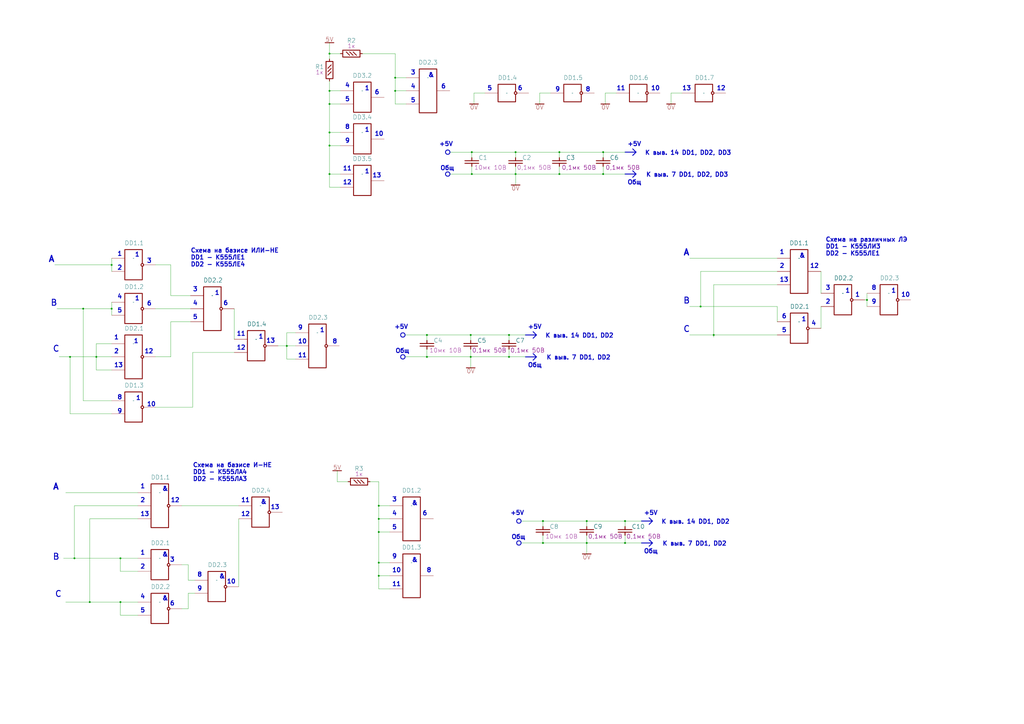
<source format=kicad_sch>
(kicad_sch (version 20230121) (generator eeschema)

  (uuid b48bff82-8b47-431e-b7b1-45459ba33a46)

  (paper "A2")

  (lib_symbols
    (symbol "LOG:2входа" (in_bom yes) (on_board yes)
      (property "Reference" "DD" (at 0 9.906 0)
        (effects (font (size 2.5 2.5)))
      )
      (property "Value" "" (at 0 0 0)
        (effects (font (size 1.27 1.27)))
      )
      (property "Footprint" "" (at 0 0 0)
        (effects (font (size 1.27 1.27)) hide)
      )
      (property "Datasheet" "" (at 0 0 0)
        (effects (font (size 1.27 1.27)) hide)
      )
      (symbol "2входа_1_1"
        (polyline
          (pts
            (xy 5.08 -3.81)
            (xy 5.08 5.08)
            (xy -5.08 5.08)
            (xy -5.08 -12.446)
            (xy 5.08 -12.446)
            (xy 5.08 -3.81)
          )
          (stroke (width 0.5) (type default))
          (fill (type none))
        )
        (pin input line (at -12.7 -7.62 0) (length 7.62)
          (name "~" (effects (font (size 2.5 2.5))))
          (number "" (effects (font (size 2.5 2.5))))
        )
        (pin input line (at -12.7 0 0) (length 7.62)
          (name "~" (effects (font (size 2.5 2.5))))
          (number "" (effects (font (size 2.5 2.5))))
        )
        (pin output line (at 12.7 -3.81 180) (length 7.62)
          (name "~" (effects (font (size 2.5 2.5))))
          (number "" (effects (font (size 2.5 2.5))))
        )
      )
    )
    (symbol "LOG:3входа" (in_bom yes) (on_board yes)
      (property "Reference" "DD" (at 0 9.906 0)
        (effects (font (size 2.5 2.5)))
      )
      (property "Value" "" (at 0 0 0)
        (effects (font (size 1.27 1.27)))
      )
      (property "Footprint" "" (at 0 0 0)
        (effects (font (size 1.27 1.27)) hide)
      )
      (property "Datasheet" "" (at 0 0 0)
        (effects (font (size 1.27 1.27)) hide)
      )
      (symbol "3входа_1_1"
        (polyline
          (pts
            (xy 5.08 -7.62)
            (xy 5.08 5.08)
            (xy -5.08 5.08)
            (xy -5.08 -20.32)
            (xy 5.08 -20.32)
            (xy 5.08 -7.62)
          )
          (stroke (width 0.5) (type default))
          (fill (type none))
        )
        (pin input line (at -12.7 -15.24 0) (length 7.62)
          (name "~" (effects (font (size 2.5 2.5))))
          (number "" (effects (font (size 2.5 2.5))))
        )
        (pin input line (at -12.7 -7.62 0) (length 7.62)
          (name "~" (effects (font (size 2.5 2.5))))
          (number "" (effects (font (size 2.5 2.5))))
        )
        (pin input line (at -12.7 0 0) (length 7.62)
          (name "~" (effects (font (size 2.5 2.5))))
          (number "" (effects (font (size 2.5 2.5))))
        )
        (pin output line (at 12.7 -7.62 180) (length 7.62)
          (name "~" (effects (font (size 2.5 2.5))))
          (number "" (effects (font (size 2.5 2.5))))
        )
      )
    )
    (symbol "LOG:Инвертор" (in_bom yes) (on_board yes)
      (property "Reference" "DD" (at 0 9.906 0)
        (effects (font (size 2.5 2.5)))
      )
      (property "Value" "" (at 0 0 0)
        (effects (font (size 1.27 1.27)))
      )
      (property "Footprint" "" (at 0 0 0)
        (effects (font (size 1.27 1.27)) hide)
      )
      (property "Datasheet" "" (at 0 0 0)
        (effects (font (size 1.27 1.27)) hide)
      )
      (symbol "Инвертор_1_1"
        (polyline
          (pts
            (xy 5.08 0.762)
            (xy 5.08 5.08)
            (xy -5.08 5.08)
            (xy -5.08 -5.08)
            (xy 5.08 -5.08)
            (xy 5.08 -0.762)
          )
          (stroke (width 0.5) (type default))
          (fill (type none))
        )
        (circle (center 5.08 0) (radius 0.762)
          (stroke (width 0.5) (type default))
          (fill (type none))
        )
        (pin input line (at -12.7 0 0) (length 7.62)
          (name "~" (effects (font (size 2.5 2.5))))
          (number "" (effects (font (size 2.5 2.5))))
        )
        (pin output line (at 12.7 0 180) (length 7)
          (name "~" (effects (font (size 2.5 2.5))))
          (number "" (effects (font (size 2.5 2.5))))
        )
      )
    )
    (symbol "LOG:Инвертор_2_входа" (in_bom yes) (on_board yes)
      (property "Reference" "DD" (at 0 9.906 0)
        (effects (font (size 2.5 2.5)))
      )
      (property "Value" "" (at 0 0 0)
        (effects (font (size 1.27 1.27)))
      )
      (property "Footprint" "" (at 0 0 0)
        (effects (font (size 1.27 1.27)) hide)
      )
      (property "Datasheet" "" (at 0 0 0)
        (effects (font (size 1.27 1.27)) hide)
      )
      (symbol "Инвертор_2_входа_1_1"
        (polyline
          (pts
            (xy 5.08 -3.048)
            (xy 5.08 5.08)
            (xy -5.08 5.08)
            (xy -5.08 -12.446)
            (xy 5.08 -12.446)
            (xy 5.08 -4.572)
          )
          (stroke (width 0.5) (type default))
          (fill (type none))
        )
        (circle (center 5.08 -3.81) (radius 0.762)
          (stroke (width 0.5) (type default))
          (fill (type none))
        )
        (pin input line (at -12.7 -7.62 0) (length 7.62)
          (name "~" (effects (font (size 2.5 2.5))))
          (number "" (effects (font (size 2.5 2.5))))
        )
        (pin input line (at -12.7 0 0) (length 7.62)
          (name "~" (effects (font (size 2.5 2.5))))
          (number "" (effects (font (size 2.5 2.5))))
        )
        (pin output line (at 12.7 -3.81 180) (length 7)
          (name "~" (effects (font (size 2.5 2.5))))
          (number "" (effects (font (size 2.5 2.5))))
        )
      )
    )
    (symbol "LOG:Инвертор_3_входа" (in_bom yes) (on_board yes)
      (property "Reference" "DD" (at 0 9.906 0)
        (effects (font (size 2.5 2.5)))
      )
      (property "Value" "" (at 0 0 0)
        (effects (font (size 1.27 1.27)))
      )
      (property "Footprint" "" (at 0 0 0)
        (effects (font (size 1.27 1.27)) hide)
      )
      (property "Datasheet" "" (at 0 0 0)
        (effects (font (size 1.27 1.27)) hide)
      )
      (symbol "Инвертор_3_входа_1_1"
        (polyline
          (pts
            (xy 5.08 -6.858)
            (xy 5.08 5.08)
            (xy -5.08 5.08)
            (xy -5.08 -20.32)
            (xy 5.08 -20.32)
            (xy 5.08 -8.382)
          )
          (stroke (width 0.5) (type default))
          (fill (type none))
        )
        (circle (center 5.08 -7.62) (radius 0.762)
          (stroke (width 0.5) (type default))
          (fill (type none))
        )
        (pin input line (at -12.7 -15.24 0) (length 7.62)
          (name "~" (effects (font (size 2.5 2.5))))
          (number "" (effects (font (size 2.5 2.5))))
        )
        (pin input line (at -12.7 -7.62 0) (length 7.62)
          (name "~" (effects (font (size 2.5 2.5))))
          (number "" (effects (font (size 2.5 2.5))))
        )
        (pin input line (at -12.7 0 0) (length 7.62)
          (name "~" (effects (font (size 2.5 2.5))))
          (number "" (effects (font (size 2.5 2.5))))
        )
        (pin output line (at 12.7 -7.62 180) (length 7)
          (name "~" (effects (font (size 2.5 2.5))))
          (number "" (effects (font (size 2.5 2.5))))
        )
      )
    )
    (symbol "kicad7_C:smd-конденсатор-керамика*0,1мк*10проц.*50В*0603*импорт" (pin_numbers hide) (pin_names (offset 0) hide) (in_bom yes) (on_board yes)
      (property "Reference" "C" (at 0 6.35 0)
        (effects (font (size 2.5 2.5)))
      )
      (property "Value" "Конденсатор 0,1 мкФ+-10проц. 50В SMD:0603" (at 0 -12.7 0)
        (effects (font (size 1 1)) hide)
      )
      (property "Footprint" "KICAD7_RLC:Конденсатор_SMD_0603_IEC_61188-5-2(ур.2)" (at 0 -15.24 0)
        (effects (font (size 1 1)) hide)
      )
      (property "Datasheet" "${Kicad7Lib}\\Docs\\import\\cap-yageo-x7r.pdf" (at 0 -20.32 0)
        (effects (font (size 1 1)) hide)
      )
      (property "INFO" "0,1мк 50В" (at 1.27 -6.35 0)
        (effects (font (size 2.5 2.5)))
      )
      (property "SYMBOL" "2.728" (at 0 -22.86 0)
        (effects (font (size 1 1)) hide)
      )
      (property "LINK" "https://www.chipdip.ru/product0/9000410929" (at 0 -17.78 0)
        (effects (font (size 1.27 1.27)) hide)
      )
      (property "ANALOG" "Конденсатор СС 0603 K R X7R 9 BB 104" (at 0 0 0)
        (effects (font (size 1.27 1.27)) hide)
      )
      (symbol "smd-конденсатор-керамика*0,1мк*10проц.*50В*0603*импорт_1_1"
        (polyline
          (pts
            (xy -0.75 0)
            (xy -2.54 0)
          )
          (stroke (width 0.5) (type default))
          (fill (type none))
        )
        (polyline
          (pts
            (xy -0.75 4)
            (xy -0.75 -4)
          )
          (stroke (width 0.5) (type default))
          (fill (type none))
        )
        (polyline
          (pts
            (xy 0.75 0)
            (xy 2.54 0)
          )
          (stroke (width 0.5) (type default))
          (fill (type none))
        )
        (polyline
          (pts
            (xy 0.75 4)
            (xy 0.75 -4)
          )
          (stroke (width 0.5) (type default))
          (fill (type none))
        )
        (pin input line (at -2.54 0 0) (length 0)
          (name "~" (effects (font (size 1.27 1.27))))
          (number "1" (effects (font (size 1.27 1.27))))
        )
        (pin input line (at 2.54 0 180) (length 0)
          (name "~" (effects (font (size 1.27 1.27))))
          (number "2" (effects (font (size 1.27 1.27))))
        )
      )
    )
    (symbol "kicad7_C:smd-конденсатор-керамика*10мк*10проц.*10В*0603*импорт" (pin_numbers hide) (pin_names (offset 0) hide) (in_bom yes) (on_board yes)
      (property "Reference" "C" (at 0 6.35 0)
        (effects (font (size 2.5 2.5)))
      )
      (property "Value" "Конденсатор 10 мкФ+-10проц. 10В SMD:0603" (at 0 -12.7 0)
        (effects (font (size 1 1)) hide)
      )
      (property "Footprint" "KICAD7_RLC:Конденсатор_SMD_0603_IEC_61188-5-2(ур.2)" (at 0 -15.24 0)
        (effects (font (size 1 1)) hide)
      )
      (property "Datasheet" "" (at 0 -20.32 0)
        (effects (font (size 1 1)) hide)
      )
      (property "INFO" "10мк 10В" (at 1.27 -6.35 0)
        (effects (font (size 2.5 2.5)))
      )
      (property "SYMBOL" "2.728" (at 0 -22.86 0)
        (effects (font (size 1 1)) hide)
      )
      (property "LINK" "https://www.chipdip.ru/product0/9000502859" (at 0 -17.78 0)
        (effects (font (size 1.27 1.27)) hide)
      )
      (property "ANALOG" "Конденсатор GRM188Z71A106KA73D" (at 0 0 0)
        (effects (font (size 1.27 1.27)) hide)
      )
      (symbol "smd-конденсатор-керамика*10мк*10проц.*10В*0603*импорт_1_1"
        (polyline
          (pts
            (xy -0.75 0)
            (xy -2.54 0)
          )
          (stroke (width 0.5) (type default))
          (fill (type none))
        )
        (polyline
          (pts
            (xy -0.75 4)
            (xy -0.75 -4)
          )
          (stroke (width 0.5) (type default))
          (fill (type none))
        )
        (polyline
          (pts
            (xy 0.75 0)
            (xy 2.54 0)
          )
          (stroke (width 0.5) (type default))
          (fill (type none))
        )
        (polyline
          (pts
            (xy 0.75 4)
            (xy 0.75 -4)
          )
          (stroke (width 0.5) (type default))
          (fill (type none))
        )
        (pin input line (at -2.54 0 0) (length 0)
          (name "~" (effects (font (size 1.27 1.27))))
          (number "1" (effects (font (size 1.27 1.27))))
        )
        (pin input line (at 2.54 0 180) (length 0)
          (name "~" (effects (font (size 1.27 1.27))))
          (number "2" (effects (font (size 1.27 1.27))))
        )
      )
    )
    (symbol "kicad7_ICO:#метка-0V*укороченное_УГО" (pin_names (offset 1.016)) (in_bom yes) (on_board yes)
      (property "Reference" "#0V" (at 7.62 1.27 0)
        (effects (font (size 1.27 1.27)) hide)
      )
      (property "Value" "#метка-0V" (at 8.89 3.81 0)
        (effects (font (size 1.27 1.27)) hide)
      )
      (property "Footprint" "" (at 0 0 90)
        (effects (font (size 1.27 1.27)) hide)
      )
      (property "Datasheet" "" (at 0 0 90)
        (effects (font (size 1.27 1.27)) hide)
      )
      (symbol "#метка-0V*укороченное_УГО_0_0"
        (polyline
          (pts
            (xy 0 0)
            (xy -2.54 0)
          )
          (stroke (width 0.4572) (type solid))
          (fill (type none))
        )
        (polyline
          (pts
            (xy 0 0)
            (xy 2.54 0)
          )
          (stroke (width 0.4572) (type solid))
          (fill (type none))
        )
      )
      (symbol "#метка-0V*укороченное_УГО_1_0"
        (text "0V" (at 0 -1.905 0)
          (effects (font (size 2.5 2.5)))
        )
      )
      (symbol "#метка-0V*укороченное_УГО_1_1"
        (pin power_in line (at 0 0 90) (length 2.54) hide
          (name "0V" (effects (font (size 2.54 2.54))))
          (number "~" (effects (font (size 2.54 2.54))))
        )
      )
    )
    (symbol "kicad7_ICO:#метка-5V*укороченное_УГО" (pin_names (offset 1.016)) (in_bom yes) (on_board yes)
      (property "Reference" "#5V" (at 12.7 6.35 0)
        (effects (font (size 1.27 1.27)) hide)
      )
      (property "Value" "#метка-5V" (at 13.97 3.81 0)
        (effects (font (size 1.27 1.27)) hide)
      )
      (property "Footprint" "" (at 0 0 0)
        (effects (font (size 1.27 1.27)) hide)
      )
      (property "Datasheet" "" (at 0 0 0)
        (effects (font (size 1.27 1.27)) hide)
      )
      (symbol "#метка-5V*укороченное_УГО_0_0"
        (polyline
          (pts
            (xy 0 0)
            (xy -2.54 0)
          )
          (stroke (width 0.4572) (type solid))
          (fill (type none))
        )
        (polyline
          (pts
            (xy 0 0)
            (xy 2.54 0)
          )
          (stroke (width 0.4572) (type solid))
          (fill (type none))
        )
      )
      (symbol "#метка-5V*укороченное_УГО_1_0"
        (text "5V" (at 0 1.905 0)
          (effects (font (size 2.5 2.5)))
        )
      )
      (symbol "#метка-5V*укороченное_УГО_1_1"
        (pin power_in line (at 0 0 270) (length 2.54) hide
          (name "5V" (effects (font (size 2.54 2.54))))
          (number "~" (effects (font (size 2.54 2.54))))
        )
      )
    )
    (symbol "kicad7_R:smd-резистор*1к*0,1Вт*5проц*0603*ОТК" (pin_numbers hide) (in_bom yes) (on_board yes)
      (property "Reference" "R" (at 0 3.81 0)
        (effects (font (size 2.5 2.5)))
      )
      (property "Value" "Резистор 1 кОм+-5проц. SMD:0603" (at 0 -9 0)
        (effects (font (size 1 1)) hide)
      )
      (property "Footprint" "KICAD7_RLC:Резистор_SMD_0603_IEC_61188-5-2(ур.2)" (at 0 -13 0)
        (effects (font (size 1 1)) hide)
      )
      (property "Datasheet" "${Kicad7Lib}\\Docs\\otk-vp\\Р1-12-ОТК.pdf" (at 0 -15 0)
        (effects (font (size 1 1)) hide)
      )
      (property "SYMBOL" "2.728" (at 0 -17 0)
        (effects (font (size 1 1)) hide)
      )
      (property "INFO" "1к" (at 0 -5.08 0)
        (effects (font (size 2.5 2.5)))
      )
      (property "RU-ANALOG" "Резистор Р1-12-0,1-1 кОм+-5проц." (at 0 0 0)
        (effects (font (size 1.27 1.27)) hide)
      )
      (symbol "smd-резистор*1к*0,1Вт*5проц*0603*ОТК_0_1"
        (rectangle (start -5 2) (end 5 -2)
          (stroke (width 0.5) (type default))
          (fill (type none))
        )
        (polyline
          (pts
            (xy -5.08 0)
            (xy -6.35 0)
          )
          (stroke (width 0.4572) (type default))
          (fill (type none))
        )
        (polyline
          (pts
            (xy -3 1)
            (xy -1 -1)
          )
          (stroke (width 0.4572) (type default))
          (fill (type none))
        )
        (polyline
          (pts
            (xy -1 1)
            (xy 1 -1)
          )
          (stroke (width 0.4572) (type default))
          (fill (type none))
        )
        (polyline
          (pts
            (xy 1 1)
            (xy 3 -1)
          )
          (stroke (width 0.4572) (type default))
          (fill (type none))
        )
        (polyline
          (pts
            (xy 5.08 0)
            (xy 6.35 0)
          )
          (stroke (width 0.4572) (type default))
          (fill (type none))
        )
      )
      (symbol "smd-резистор*1к*0,1Вт*5проц*0603*ОТК_1_1"
        (pin input line (at -6.35 0 0) (length 0)
          (name "" (effects (font (size 1.27 1.27))))
          (number "1" (effects (font (size 1.27 1.27))))
        )
        (pin input line (at 6.35 0 180) (length 0)
          (name "" (effects (font (size 1.27 1.27))))
          (number "2" (effects (font (size 1.27 1.27))))
        )
      )
    )
  )

  (junction (at 247.65 194.31) (diameter 0) (color 0 0 0 0)
    (uuid 134a9126-ebfc-436c-aa5b-522a947b0c38)
  )
  (junction (at 324.485 100.965) (diameter 0) (color 0 0 0 0)
    (uuid 16799fab-afac-4c1e-b780-9cfb02e8eef4)
  )
  (junction (at 340.36 302.26) (diameter 0) (color 0 0 0 0)
    (uuid 17a27ebc-8a5d-466a-8e2a-b10dc88453aa)
  )
  (junction (at 43.18 323.85) (diameter 0) (color 0 0 0 0)
    (uuid 18838a01-4678-4786-a11b-b585b070bfcf)
  )
  (junction (at 191.135 31.115) (diameter 0) (color 0 0 0 0)
    (uuid 1d5c512c-2258-4697-acec-96261eb8087b)
  )
  (junction (at 299.085 88.265) (diameter 0) (color 0 0 0 0)
    (uuid 21ab3ffa-848b-4a9d-8f9b-044f31197df8)
  )
  (junction (at 340.36 314.96) (diameter 0) (color 0 0 0 0)
    (uuid 281ccd4f-c12a-4cb6-a6a8-a923be60f0ee)
  )
  (junction (at 191.135 76.835) (diameter 0) (color 0 0 0 0)
    (uuid 2a888770-bae8-4454-aee0-e82fd57429f2)
  )
  (junction (at 219.71 334.01) (diameter 0) (color 0 0 0 0)
    (uuid 3058b44f-0157-4ec2-8d44-9879dea6c3d8)
  )
  (junction (at 166.37 200.66) (diameter 0) (color 0 0 0 0)
    (uuid 357aeb53-7383-47b7-8ae8-ceba726f5c6d)
  )
  (junction (at 273.685 100.965) (diameter 0) (color 0 0 0 0)
    (uuid 3aa5f23d-aa27-4087-8599-d6caaa7a0113)
  )
  (junction (at 191.135 60.325) (diameter 0) (color 0 0 0 0)
    (uuid 3b0ae24a-6150-49c3-b6f8-41dff26ba337)
  )
  (junction (at 273.05 207.01) (diameter 0) (color 0 0 0 0)
    (uuid 3c08b293-b813-4bbf-bac2-cf9cb6bc0a90)
  )
  (junction (at 69.85 349.25) (diameter 0) (color 0 0 0 0)
    (uuid 3fce6557-44e9-4164-9031-221433e6debf)
  )
  (junction (at 349.885 100.965) (diameter 0) (color 0 0 0 0)
    (uuid 4199e85e-0055-4c15-a7c1-76c1416a6fc0)
  )
  (junction (at 502.92 173.99) (diameter 0) (color 0 0 0 0)
    (uuid 458bc9f2-783f-45bb-8d79-d5c7b7a02843)
  )
  (junction (at 229.235 52.705) (diameter 0) (color 0 0 0 0)
    (uuid 4609bdc5-67f9-45cf-a0d0-25445951c294)
  )
  (junction (at 69.85 323.85) (diameter 0) (color 0 0 0 0)
    (uuid 4fe27d5a-fa5c-4753-b21d-34971c941649)
  )
  (junction (at 324.485 88.265) (diameter 0) (color 0 0 0 0)
    (uuid 59028a6d-9b9f-4aa0-99a1-3f54f693c49e)
  )
  (junction (at 64.77 153.67) (diameter 0) (color 0 0 0 0)
    (uuid 5af0207c-c9a7-48a7-ba24-c7a0d8fd37e1)
  )
  (junction (at 219.71 300.99) (diameter 0) (color 0 0 0 0)
    (uuid 5f84b64d-76ef-48ef-a0fb-7815d9ce962a)
  )
  (junction (at 191.135 100.965) (diameter 0) (color 0 0 0 0)
    (uuid 67f51f19-9668-48d7-8786-38477b2358bc)
  )
  (junction (at 406.4 177.8) (diameter 0) (color 0 0 0 0)
    (uuid 6c57b522-a620-408f-9c4c-68b71bd0b5f9)
  )
  (junction (at 191.135 84.455) (diameter 0) (color 0 0 0 0)
    (uuid 71cd5e67-ec88-4379-946b-cb1c980ec730)
  )
  (junction (at 219.71 308.61) (diameter 0) (color 0 0 0 0)
    (uuid 78a29ecb-1944-4df0-87e2-ffd1fcf09deb)
  )
  (junction (at 273.685 88.265) (diameter 0) (color 0 0 0 0)
    (uuid 7fa7ca5e-85a6-4fb7-b67d-d1791ed08fd7)
  )
  (junction (at 219.71 293.37) (diameter 0) (color 0 0 0 0)
    (uuid 953ab6e8-c864-48ca-9a98-6bad7dbea82b)
  )
  (junction (at 219.71 326.39) (diameter 0) (color 0 0 0 0)
    (uuid 9c735cb5-6526-4917-a80f-461693ee654c)
  )
  (junction (at 64.77 179.07) (diameter 0) (color 0 0 0 0)
    (uuid 9f989c64-b33a-4d14-91ad-f9e220cd817c)
  )
  (junction (at 362.585 302.26) (diameter 0) (color 0 0 0 0)
    (uuid a1f9ac88-8474-4ab9-add1-36e40e85f2a3)
  )
  (junction (at 349.885 88.265) (diameter 0) (color 0 0 0 0)
    (uuid a2cea669-3134-4a42-b572-b700e8102fcd)
  )
  (junction (at 362.585 314.96) (diameter 0) (color 0 0 0 0)
    (uuid b1bb4d4d-243f-4e54-862e-d6eae931c190)
  )
  (junction (at 295.275 207.01) (diameter 0) (color 0 0 0 0)
    (uuid bb0c1203-e0d7-4b57-93a8-ced51bd018e5)
  )
  (junction (at 55.88 207.01) (diameter 0) (color 0 0 0 0)
    (uuid bd54603e-fab8-4336-860f-cf39fd142473)
  )
  (junction (at 414.02 194.31) (diameter 0) (color 0 0 0 0)
    (uuid c227be24-039d-41c5-9a41-5a7c562812a4)
  )
  (junction (at 295.275 194.31) (diameter 0) (color 0 0 0 0)
    (uuid cbf98eda-6c76-4b44-a369-80f6dc84670c)
  )
  (junction (at 48.26 179.07) (diameter 0) (color 0 0 0 0)
    (uuid d60ee43f-0c08-4ec9-a195-282ba9b271fc)
  )
  (junction (at 273.05 194.31) (diameter 0) (color 0 0 0 0)
    (uuid d6f6df7c-81a9-4b23-832f-7a64109f636c)
  )
  (junction (at 40.64 207.01) (diameter 0) (color 0 0 0 0)
    (uuid d72a5d10-7330-4194-9888-8f738e3c1804)
  )
  (junction (at 299.085 100.965) (diameter 0) (color 0 0 0 0)
    (uuid dc89587f-2a1a-4232-b58c-79af03d55989)
  )
  (junction (at 314.96 302.26) (diameter 0) (color 0 0 0 0)
    (uuid ddd8a545-8da7-4cc7-80bd-c1486fe74062)
  )
  (junction (at 229.235 45.085) (diameter 0) (color 0 0 0 0)
    (uuid e7a0e563-be7b-4e90-a1cd-618158697401)
  )
  (junction (at 314.96 314.96) (diameter 0) (color 0 0 0 0)
    (uuid f1756693-b300-4c36-a596-b5d30be6f07b)
  )
  (junction (at 191.135 52.705) (diameter 0) (color 0 0 0 0)
    (uuid fa2a5812-20ba-4b72-ae1f-7bdb57861cb6)
  )
  (junction (at 247.65 207.01) (diameter 0) (color 0 0 0 0)
    (uuid fb1b4529-d77e-4865-839d-dd77a9447fe8)
  )
  (junction (at 52.07 349.25) (diameter 0) (color 0 0 0 0)
    (uuid fdf6a30d-fb5a-48cb-9d72-08a13ab107d2)
  )

  (polyline (pts (xy 376.555 313.055) (xy 378.46 314.96))
    (stroke (width 0.5) (type default))
    (uuid 00dbc586-88e9-4ac9-a0b0-f7f29aff4710)
  )

  (wire (pts (xy 166.37 200.66) (xy 166.37 208.28))
    (stroke (width 0) (type default))
    (uuid 03bbc9f8-f450-44c6-baac-e6bffac8d805)
  )
  (wire (pts (xy 400.05 194.31) (xy 414.02 194.31))
    (stroke (width 0) (type default))
    (uuid 0419cf58-e5af-4ec8-9de4-ec1ab34ca37d)
  )
  (polyline (pts (xy 304.8 194.31) (xy 311.15 194.31))
    (stroke (width 0.5) (type default))
    (uuid 0428a148-93c9-49dc-8111-3143711c0f15)
  )

  (wire (pts (xy 64.77 153.67) (xy 64.77 157.48))
    (stroke (width 0) (type default))
    (uuid 05b216be-4bdb-426c-a63c-2574b7c7f24f)
  )
  (wire (pts (xy 113.03 344.17) (xy 109.22 344.17))
    (stroke (width 0) (type default))
    (uuid 06e8c732-4c4b-471d-ab24-e1f25d1ae255)
  )
  (wire (pts (xy 135.89 179.07) (xy 135.89 196.85))
    (stroke (width 0) (type default))
    (uuid 07187674-b6c0-4c13-a7c5-41c1c36e09c3)
  )
  (wire (pts (xy 219.71 341.63) (xy 226.06 341.63))
    (stroke (width 0) (type default))
    (uuid 0ad54179-6fae-4995-8552-d891fd92874c)
  )
  (wire (pts (xy 69.85 331.47) (xy 80.01 331.47))
    (stroke (width 0) (type default))
    (uuid 0bced6e3-f79e-4586-9c4c-fd78a28537af)
  )
  (wire (pts (xy 109.22 327.66) (xy 109.22 336.55))
    (stroke (width 0) (type default))
    (uuid 0d4ca3d8-42ae-40cd-b61c-7dd7806434eb)
  )
  (wire (pts (xy 34.29 207.01) (xy 40.64 207.01))
    (stroke (width 0) (type default))
    (uuid 0d96c8a7-cec6-412e-9221-c52d8101902f)
  )
  (wire (pts (xy 349.885 88.265) (xy 362.585 88.265))
    (stroke (width 0) (type default))
    (uuid 0e9fda38-50cf-4056-b4c6-5c2e7758a3ad)
  )
  (wire (pts (xy 273.05 207.01) (xy 273.05 213.36))
    (stroke (width 0) (type default))
    (uuid 119c72e2-1460-404c-b6a1-3ff4f476d0a2)
  )
  (wire (pts (xy 105.41 293.37) (xy 138.43 293.37))
    (stroke (width 0) (type default))
    (uuid 1363ad9a-cd21-4e67-a6cd-91f6cffc96bf)
  )
  (wire (pts (xy 197.485 108.585) (xy 191.135 108.585))
    (stroke (width 0) (type default))
    (uuid 139ee234-7e9f-4784-acde-6dabd24bf2f5)
  )
  (wire (pts (xy 166.37 200.66) (xy 171.45 200.66))
    (stroke (width 0) (type default))
    (uuid 171dbae7-7f41-4873-b629-ef1cfbb2cafc)
  )
  (wire (pts (xy 313.055 53.975) (xy 319.405 53.975))
    (stroke (width 0) (type default))
    (uuid 17c2cfac-c756-4884-95ae-8cfb6f5acfa6)
  )
  (wire (pts (xy 299.085 88.265) (xy 324.485 88.265))
    (stroke (width 0) (type default))
    (uuid 181702af-a681-45fa-a873-cb75a0da0708)
  )
  (wire (pts (xy 40.64 240.03) (xy 40.64 207.01))
    (stroke (width 0) (type default))
    (uuid 1b969c8b-964c-460c-ae5d-e8a05884f044)
  )
  (polyline (pts (xy 309.245 196.215) (xy 311.15 194.31))
    (stroke (width 0.5) (type default))
    (uuid 1cdf9540-0e59-4b85-9410-93d4cfb643a5)
  )

  (wire (pts (xy 414.02 165.1) (xy 450.85 165.1))
    (stroke (width 0) (type default))
    (uuid 1e976308-55a3-479c-bbde-9d972278642b)
  )
  (wire (pts (xy 191.135 76.835) (xy 197.485 76.835))
    (stroke (width 0) (type default))
    (uuid 1e9ff051-8331-4c7b-86d1-dda690eb4888)
  )
  (wire (pts (xy 219.71 300.99) (xy 226.06 300.99))
    (stroke (width 0) (type default))
    (uuid 1ed00f1e-2596-4170-bafb-29b9b300c727)
  )
  (wire (pts (xy 48.26 179.07) (xy 64.77 179.07))
    (stroke (width 0) (type default))
    (uuid 2108bf30-5b75-423f-a951-498a70698082)
  )
  (wire (pts (xy 340.36 302.26) (xy 362.585 302.26))
    (stroke (width 0) (type default))
    (uuid 2265016d-ac77-43ca-9c67-fe333edd5976)
  )
  (polyline (pts (xy 309.245 192.405) (xy 311.15 194.31))
    (stroke (width 0.5) (type default))
    (uuid 238c2f45-e8e5-44c8-8b1f-677760331a82)
  )

  (wire (pts (xy 340.36 302.26) (xy 340.36 305.435))
    (stroke (width 0) (type default))
    (uuid 25a70b4c-20e3-44bb-894f-32df0c7f9ee6)
  )
  (wire (pts (xy 247.65 194.31) (xy 247.65 197.485))
    (stroke (width 0) (type default))
    (uuid 29f21e12-d192-419b-815a-273a20b25873)
  )
  (polyline (pts (xy 367.03 90.17) (xy 368.935 88.265))
    (stroke (width 0.5) (type default))
    (uuid 2a537e6e-fb68-48b3-9adf-c52e5f6015f5)
  )

  (wire (pts (xy 229.235 45.085) (xy 235.585 45.085))
    (stroke (width 0) (type default))
    (uuid 2d4d48e8-4ee7-4a2c-9696-4cf662248304)
  )
  (wire (pts (xy 273.05 207.01) (xy 295.275 207.01))
    (stroke (width 0) (type default))
    (uuid 2d524876-8498-4b7a-9224-cf61b0c04240)
  )
  (wire (pts (xy 64.77 179.07) (xy 64.77 182.88))
    (stroke (width 0) (type default))
    (uuid 2d5e40ca-f710-48dc-87bf-260a385c56e3)
  )
  (polyline (pts (xy 362.585 88.265) (xy 368.935 88.265))
    (stroke (width 0.5) (type default))
    (uuid 3253716a-08b4-4641-8f63-0f023acd4e8c)
  )

  (wire (pts (xy 247.65 207.01) (xy 273.05 207.01))
    (stroke (width 0) (type default))
    (uuid 33d996e5-703a-4422-aa88-bd4da5f98e9d)
  )
  (wire (pts (xy 99.06 207.01) (xy 99.06 186.69))
    (stroke (width 0) (type default))
    (uuid 36730e62-bbcf-47eb-9edd-901d81f16e11)
  )
  (wire (pts (xy 324.485 100.965) (xy 349.885 100.965))
    (stroke (width 0) (type default))
    (uuid 37cf73b6-dbe0-47ef-8228-8f37e445dd6e)
  )
  (wire (pts (xy 349.885 88.265) (xy 349.885 91.44))
    (stroke (width 0) (type default))
    (uuid 38c796d9-e3b2-4e52-b86b-23bf8c64e299)
  )
  (wire (pts (xy 302.26 302.26) (xy 314.96 302.26))
    (stroke (width 0) (type default))
    (uuid 392d0f79-7e14-40ba-8dca-368550d52f4f)
  )
  (wire (pts (xy 191.135 46.99) (xy 191.135 52.705))
    (stroke (width 0) (type default))
    (uuid 39c0f470-5404-4bd4-bd98-8a8e6ec0c441)
  )
  (wire (pts (xy 476.25 157.48) (xy 476.25 170.18))
    (stroke (width 0) (type default))
    (uuid 3b12463f-66bd-4e7c-a1e7-86354e2ecdb8)
  )
  (wire (pts (xy 314.96 310.515) (xy 314.96 314.96))
    (stroke (width 0) (type default))
    (uuid 3cc414af-1a61-4320-8f60-eb6a7c38dce7)
  )
  (wire (pts (xy 351.155 60.325) (xy 351.155 53.975))
    (stroke (width 0) (type default))
    (uuid 3da8a768-e281-40b3-979d-e68f06d1bb1b)
  )
  (wire (pts (xy 52.07 300.99) (xy 80.01 300.99))
    (stroke (width 0) (type default))
    (uuid 409cce3b-baba-4abf-86fc-601a41f7cf6f)
  )
  (wire (pts (xy 299.085 88.265) (xy 299.085 91.44))
    (stroke (width 0) (type default))
    (uuid 44ecbecf-8b44-4f1f-ab6b-d160e7ec330a)
  )
  (polyline (pts (xy 367.03 102.87) (xy 368.935 100.965))
    (stroke (width 0.5) (type default))
    (uuid 46ef2013-9577-420c-afd5-524466e28215)
  )

  (wire (pts (xy 219.71 326.39) (xy 219.71 334.01))
    (stroke (width 0) (type default))
    (uuid 47000df0-ccb6-44ff-86b2-e76889f502e3)
  )
  (wire (pts (xy 219.71 293.37) (xy 226.06 293.37))
    (stroke (width 0) (type default))
    (uuid 47661262-bf77-4862-bc0b-b38ebcd2a2f8)
  )
  (wire (pts (xy 295.275 194.31) (xy 304.8 194.31))
    (stroke (width 0) (type default))
    (uuid 493a9be3-46d0-4301-ae88-ab1a893c86bb)
  )
  (wire (pts (xy 31.75 153.67) (xy 64.77 153.67))
    (stroke (width 0) (type default))
    (uuid 4992d7d1-5dba-425f-a3ef-584f47a4e79c)
  )
  (wire (pts (xy 64.77 240.03) (xy 40.64 240.03))
    (stroke (width 0) (type default))
    (uuid 4c77a7e2-9e11-4f5b-ac71-4f9083b4b4ab)
  )
  (wire (pts (xy 64.77 175.26) (xy 64.77 179.07))
    (stroke (width 0) (type default))
    (uuid 4c968698-b265-407d-964f-292bfa2054c9)
  )
  (wire (pts (xy 400.05 177.8) (xy 406.4 177.8))
    (stroke (width 0) (type default))
    (uuid 4d9ce627-611f-4e76-a8ae-1d7043a48625)
  )
  (wire (pts (xy 166.37 193.04) (xy 166.37 200.66))
    (stroke (width 0) (type default))
    (uuid 4dc2a04f-e333-49c0-9a02-07c039aa8929)
  )
  (wire (pts (xy 414.02 194.31) (xy 450.85 194.31))
    (stroke (width 0) (type default))
    (uuid 4e02fa2f-1352-4ae6-9f09-ad0493630e53)
  )
  (wire (pts (xy 234.95 194.31) (xy 247.65 194.31))
    (stroke (width 0) (type default))
    (uuid 4e34b824-3c9b-4584-8ceb-667529e64367)
  )
  (wire (pts (xy 274.955 53.975) (xy 281.305 53.975))
    (stroke (width 0) (type default))
    (uuid 4edb8d6c-71cb-4735-9036-fcc44a44cfdf)
  )
  (wire (pts (xy 450.85 177.8) (xy 450.85 186.69))
    (stroke (width 0) (type default))
    (uuid 4fa4aa70-ee44-491d-b732-b192acefb39e)
  )
  (wire (pts (xy 389.255 60.325) (xy 389.255 53.975))
    (stroke (width 0) (type default))
    (uuid 51506d9a-6b11-4b4b-9628-519d6e1efdd1)
  )
  (wire (pts (xy 191.135 31.115) (xy 191.135 34.29))
    (stroke (width 0) (type default))
    (uuid 52490d58-6dce-41b0-8b6d-3e10ebb2e631)
  )
  (wire (pts (xy 195.58 279.4) (xy 201.93 279.4))
    (stroke (width 0) (type default))
    (uuid 5272466c-c0d5-45d2-bf99-1df2df839663)
  )
  (wire (pts (xy 502.92 173.99) (xy 502.92 177.8))
    (stroke (width 0) (type default))
    (uuid 52a176b0-1250-4cdf-9099-0c450b9742d8)
  )
  (wire (pts (xy 111.76 204.47) (xy 111.76 236.22))
    (stroke (width 0) (type default))
    (uuid 563143e2-3cff-46ab-b00e-350bf0eb0483)
  )
  (wire (pts (xy 219.71 334.01) (xy 219.71 341.63))
    (stroke (width 0) (type default))
    (uuid 569ad02f-14d3-4fb3-b44f-94ef3c54020a)
  )
  (wire (pts (xy 191.135 108.585) (xy 191.135 100.965))
    (stroke (width 0) (type default))
    (uuid 56e1b46c-0ec7-401c-a211-9851f437000d)
  )
  (wire (pts (xy 219.71 308.61) (xy 219.71 326.39))
    (stroke (width 0) (type default))
    (uuid 5af984d2-7540-4104-88f7-7f727722a0f8)
  )
  (polyline (pts (xy 367.03 99.06) (xy 368.935 100.965))
    (stroke (width 0.5) (type default))
    (uuid 5afb2de4-1d37-418a-bbe8-fb7dcbd6187c)
  )

  (wire (pts (xy 191.135 31.115) (xy 197.485 31.115))
    (stroke (width 0) (type default))
    (uuid 5e9bdb31-61c6-4561-b53d-c6143a8b461c)
  )
  (wire (pts (xy 502.92 170.18) (xy 502.92 173.99))
    (stroke (width 0) (type default))
    (uuid 60412202-6f60-46b0-8acb-a7aad809d97b)
  )
  (wire (pts (xy 38.1 349.25) (xy 52.07 349.25))
    (stroke (width 0) (type default))
    (uuid 61122f73-d916-4409-bbc8-3a8760c8db91)
  )
  (wire (pts (xy 195.58 273.05) (xy 195.58 279.4))
    (stroke (width 0) (type default))
    (uuid 6246c484-8d8e-49fc-9881-9d38d0f8f0ec)
  )
  (wire (pts (xy 295.275 202.565) (xy 295.275 207.01))
    (stroke (width 0) (type default))
    (uuid 624b9d0e-b67d-4fec-982e-80b048f6f9bf)
  )
  (wire (pts (xy 99.06 153.67) (xy 90.17 153.67))
    (stroke (width 0) (type default))
    (uuid 63f2eff4-1b1b-40fb-9e63-f05d6f3e6435)
  )
  (wire (pts (xy 234.95 207.01) (xy 247.65 207.01))
    (stroke (width 0) (type default))
    (uuid 646e4b33-31bb-470e-9c6e-f852addf1c36)
  )
  (wire (pts (xy 314.96 302.26) (xy 314.96 305.435))
    (stroke (width 0) (type default))
    (uuid 64e60e90-0c08-42cc-91e3-541a02c2d577)
  )
  (wire (pts (xy 273.685 96.52) (xy 273.685 100.965))
    (stroke (width 0) (type default))
    (uuid 654b6b63-3956-41bf-b5dd-2601ad471b10)
  )
  (wire (pts (xy 191.135 84.455) (xy 197.485 84.455))
    (stroke (width 0) (type default))
    (uuid 66ba3df9-5e36-4a27-82b9-be96960b95c9)
  )
  (wire (pts (xy 389.255 53.975) (xy 395.605 53.975))
    (stroke (width 0) (type default))
    (uuid 683d8100-5f16-4d0f-8f43-43095b0930b6)
  )
  (wire (pts (xy 476.25 190.5) (xy 476.25 177.8))
    (stroke (width 0) (type default))
    (uuid 6958889e-5efe-4fb9-88ba-738ab76b9941)
  )
  (wire (pts (xy 229.235 52.705) (xy 229.235 60.325))
    (stroke (width 0) (type default))
    (uuid 695fa88e-261c-4502-9454-437446523399)
  )
  (wire (pts (xy 219.71 293.37) (xy 219.71 300.99))
    (stroke (width 0) (type default))
    (uuid 6b20da93-90ac-4e5b-b408-67cfff92a3a5)
  )
  (wire (pts (xy 171.45 193.04) (xy 166.37 193.04))
    (stroke (width 0) (type default))
    (uuid 6d2312d0-b885-49e3-989e-57a0b716229d)
  )
  (wire (pts (xy 191.135 100.965) (xy 197.485 100.965))
    (stroke (width 0) (type default))
    (uuid 6e27d5e3-c6ba-4514-8ae2-d25c9f7f3de9)
  )
  (wire (pts (xy 109.22 336.55) (xy 113.03 336.55))
    (stroke (width 0) (type default))
    (uuid 73329051-054e-4cb6-b240-3e9d5b93f404)
  )
  (wire (pts (xy 197.485 52.705) (xy 191.135 52.705))
    (stroke (width 0) (type default))
    (uuid 733386a9-bdd7-48a3-a07a-ae8fa08d2e90)
  )
  (wire (pts (xy 52.07 349.25) (xy 52.07 300.99))
    (stroke (width 0) (type default))
    (uuid 737f4cd1-828f-4ba4-b0de-5d9c1acf90cc)
  )
  (wire (pts (xy 299.085 100.965) (xy 324.485 100.965))
    (stroke (width 0) (type default))
    (uuid 73c56d63-788a-4e30-bba5-d3d2fb99ea3c)
  )
  (wire (pts (xy 314.96 314.96) (xy 340.36 314.96))
    (stroke (width 0) (type default))
    (uuid 7737d405-d0b7-4841-a770-92690070998b)
  )
  (wire (pts (xy 406.4 177.8) (xy 406.4 157.48))
    (stroke (width 0) (type default))
    (uuid 78d5f558-7286-47ce-bfe1-a285066336ea)
  )
  (polyline (pts (xy 376.555 316.865) (xy 378.46 314.96))
    (stroke (width 0.5) (type default))
    (uuid 78f6052b-3cd8-4d16-a6c4-ca954a68711e)
  )

  (wire (pts (xy 111.76 236.22) (xy 90.17 236.22))
    (stroke (width 0) (type default))
    (uuid 7af8a55b-2940-4972-83ef-f003fdfdeee5)
  )
  (wire (pts (xy 274.955 60.325) (xy 274.955 53.975))
    (stroke (width 0) (type default))
    (uuid 7c3c2ca6-22d7-445b-8354-2ec21e246a13)
  )
  (wire (pts (xy 219.71 334.01) (xy 226.06 334.01))
    (stroke (width 0) (type default))
    (uuid 7c5ff4bc-3946-4fa7-aeab-40b47f4269fa)
  )
  (wire (pts (xy 43.18 323.85) (xy 43.18 293.37))
    (stroke (width 0) (type default))
    (uuid 7cccd63e-a1ba-4db4-8ac6-2bf44bed04fa)
  )
  (wire (pts (xy 299.085 100.965) (xy 299.085 107.315))
    (stroke (width 0) (type default))
    (uuid 7e4ed778-991a-4ad6-85fe-a8d27c80f6ce)
  )
  (wire (pts (xy 64.77 149.86) (xy 64.77 153.67))
    (stroke (width 0) (type default))
    (uuid 7eaf5568-3163-43aa-a3be-0da8ff1f1a33)
  )
  (wire (pts (xy 219.71 326.39) (xy 226.06 326.39))
    (stroke (width 0) (type default))
    (uuid 7ec0cf37-010a-42d8-852a-0f70d2a8feac)
  )
  (wire (pts (xy 191.135 100.965) (xy 191.135 84.455))
    (stroke (width 0) (type default))
    (uuid 814ca049-c821-48b5-88fd-3b934ee5bfd3)
  )
  (wire (pts (xy 247.65 202.565) (xy 247.65 207.01))
    (stroke (width 0) (type default))
    (uuid 8389752a-8927-4b6b-8a1d-bb8ff9c73687)
  )
  (wire (pts (xy 273.05 194.31) (xy 273.05 197.485))
    (stroke (width 0) (type default))
    (uuid 842d875f-86a1-4d2f-958e-b01f9f6252d8)
  )
  (wire (pts (xy 219.71 308.61) (xy 226.06 308.61))
    (stroke (width 0) (type default))
    (uuid 844ae784-eeda-414a-b38e-c8c26637bf8c)
  )
  (wire (pts (xy 414.02 194.31) (xy 414.02 195.58))
    (stroke (width 0) (type default))
    (uuid 84b384be-d6e1-40cc-8992-e36b87336f3d)
  )
  (wire (pts (xy 324.485 88.265) (xy 349.885 88.265))
    (stroke (width 0) (type default))
    (uuid 86895c8c-d95f-46f5-99ff-9ba3d4b302d2)
  )
  (polyline (pts (xy 376.555 304.165) (xy 378.46 302.26))
    (stroke (width 0.5) (type default))
    (uuid 885acd95-5bec-4dce-aa42-7946957d57bd)
  )

  (wire (pts (xy 55.88 207.01) (xy 55.88 214.63))
    (stroke (width 0) (type default))
    (uuid 8c0cf805-6f35-4a5a-ae00-e37b02dbc943)
  )
  (wire (pts (xy 55.88 199.39) (xy 55.88 207.01))
    (stroke (width 0) (type default))
    (uuid 8cb16519-2168-4c51-a5ae-b7e1cb57cbdf)
  )
  (polyline (pts (xy 362.585 100.965) (xy 368.935 100.965))
    (stroke (width 0.5) (type default))
    (uuid 8dfbf280-02d3-4511-84c6-6fb8035b8563)
  )

  (wire (pts (xy 406.4 157.48) (xy 450.85 157.48))
    (stroke (width 0) (type default))
    (uuid 8f155f2e-783f-42ab-82fb-84abcb55e19c)
  )
  (wire (pts (xy 111.76 204.47) (xy 135.89 204.47))
    (stroke (width 0) (type default))
    (uuid 8fce6530-c95c-4d79-8600-eed704144df4)
  )
  (wire (pts (xy 273.05 194.31) (xy 295.275 194.31))
    (stroke (width 0) (type default))
    (uuid 905be44f-7fbe-4ce2-b28c-93177ea9ee6a)
  )
  (wire (pts (xy 210.185 31.115) (xy 229.235 31.115))
    (stroke (width 0) (type default))
    (uuid 90ca1c31-bdbc-42df-8dea-5f5eae539c68)
  )
  (wire (pts (xy 260.985 100.965) (xy 273.685 100.965))
    (stroke (width 0) (type default))
    (uuid 91a4e787-00d0-43e2-a062-e705810374d9)
  )
  (polyline (pts (xy 304.8 207.01) (xy 311.15 207.01))
    (stroke (width 0.5) (type default))
    (uuid 91f9dad9-0b81-4984-8c50-5da1a3e3be3c)
  )

  (wire (pts (xy 191.135 52.705) (xy 191.135 60.325))
    (stroke (width 0) (type default))
    (uuid 931ea63e-eb1d-4810-bd68-e76fd0d11c45)
  )
  (wire (pts (xy 43.18 293.37) (xy 80.01 293.37))
    (stroke (width 0) (type default))
    (uuid 93714f41-46d3-4dc9-b6fe-0dc8aef6bb0d)
  )
  (wire (pts (xy 40.64 207.01) (xy 55.88 207.01))
    (stroke (width 0) (type default))
    (uuid 93a50078-650f-49fe-9249-0fe73b6edbb2)
  )
  (wire (pts (xy 48.26 232.41) (xy 64.77 232.41))
    (stroke (width 0) (type default))
    (uuid 93b168c6-9956-42ea-81c3-df439f9d304b)
  )
  (polyline (pts (xy 372.11 302.26) (xy 378.46 302.26))
    (stroke (width 0.5) (type default))
    (uuid 94a5cc2b-b0d5-4ac9-89ca-4192e98ddb44)
  )

  (wire (pts (xy 229.235 60.325) (xy 235.585 60.325))
    (stroke (width 0) (type default))
    (uuid 9869040a-0c86-413d-935d-cd1b1deadbbc)
  )
  (wire (pts (xy 295.275 207.01) (xy 304.8 207.01))
    (stroke (width 0) (type default))
    (uuid 9982d015-c1ca-4bb3-9bf9-ef2569922c07)
  )
  (wire (pts (xy 273.05 202.565) (xy 273.05 207.01))
    (stroke (width 0) (type default))
    (uuid 9acab3ca-2abf-4867-9456-67ea91bb23a6)
  )
  (wire (pts (xy 299.085 96.52) (xy 299.085 100.965))
    (stroke (width 0) (type default))
    (uuid 9b28cd4b-b510-4e5d-9ec7-28d629e75f8e)
  )
  (wire (pts (xy 69.85 323.85) (xy 80.01 323.85))
    (stroke (width 0) (type default))
    (uuid 9b53d6e5-3061-447e-bc14-4a618182ef3b)
  )
  (wire (pts (xy 69.85 349.25) (xy 69.85 356.87))
    (stroke (width 0) (type default))
    (uuid 9bd8b1a5-472d-4b54-a425-68ce4c0a9245)
  )
  (wire (pts (xy 99.06 186.69) (xy 110.49 186.69))
    (stroke (width 0) (type default))
    (uuid 9ebc78a3-9986-4427-a601-bfd183b311b2)
  )
  (polyline (pts (xy 376.555 300.355) (xy 378.46 302.26))
    (stroke (width 0.5) (type default))
    (uuid 9f50bdb8-3123-4f79-b952-3a4783f86c70)
  )

  (wire (pts (xy 43.18 323.85) (xy 69.85 323.85))
    (stroke (width 0) (type default))
    (uuid a0ccee17-6435-45ae-9e13-1ae876609de3)
  )
  (wire (pts (xy 273.685 100.965) (xy 299.085 100.965))
    (stroke (width 0) (type default))
    (uuid a187dcef-6e4f-4510-b4cf-4c25dd958909)
  )
  (wire (pts (xy 191.135 60.325) (xy 197.485 60.325))
    (stroke (width 0) (type default))
    (uuid a37cbf37-f2e1-40a7-a31d-0a0d9649a571)
  )
  (wire (pts (xy 191.135 24.765) (xy 191.135 31.115))
    (stroke (width 0) (type default))
    (uuid a472faf2-2466-40cd-bce1-922149209f80)
  )
  (wire (pts (xy 362.585 314.96) (xy 372.11 314.96))
    (stroke (width 0) (type default))
    (uuid a52cf2d5-4c58-4629-9a2e-799b1188df66)
  )
  (wire (pts (xy 161.29 200.66) (xy 166.37 200.66))
    (stroke (width 0) (type default))
    (uuid a615e669-5c97-465b-b771-15e2bf4a6b2a)
  )
  (wire (pts (xy 166.37 208.28) (xy 171.45 208.28))
    (stroke (width 0) (type default))
    (uuid a7977f31-9e14-4afc-8a2d-b77590268645)
  )
  (polyline (pts (xy 372.11 314.96) (xy 378.46 314.96))
    (stroke (width 0.5) (type default))
    (uuid a9ea5228-0a93-464f-b440-bbff82363e4b)
  )

  (wire (pts (xy 229.235 52.705) (xy 235.585 52.705))
    (stroke (width 0) (type default))
    (uuid aaa15cff-5f68-49cf-afd6-892a2a563185)
  )
  (wire (pts (xy 214.63 279.4) (xy 219.71 279.4))
    (stroke (width 0) (type default))
    (uuid ad4ffe73-93b0-4c3b-add2-063977312496)
  )
  (wire (pts (xy 219.71 279.4) (xy 219.71 293.37))
    (stroke (width 0) (type default))
    (uuid ad97ffb8-cea0-445a-802e-c4b0d8f3237c)
  )
  (wire (pts (xy 324.485 88.265) (xy 324.485 91.44))
    (stroke (width 0) (type default))
    (uuid af745bb0-1df3-43b2-8a6f-a6802a7b9046)
  )
  (wire (pts (xy 138.43 340.36) (xy 138.43 300.99))
    (stroke (width 0) (type default))
    (uuid afbf9623-4110-47a9-ac4a-fa9053cb5e66)
  )
  (wire (pts (xy 90.17 179.07) (xy 110.49 179.07))
    (stroke (width 0) (type default))
    (uuid b03ef865-98f4-4fb6-9843-764fd346b8cd)
  )
  (wire (pts (xy 273.685 88.265) (xy 273.685 91.44))
    (stroke (width 0) (type default))
    (uuid b1eb1af6-5586-477c-83ed-834050b69c89)
  )
  (wire (pts (xy 502.92 173.99) (xy 501.65 173.99))
    (stroke (width 0) (type default))
    (uuid b20b5af8-24cb-4dbd-b21b-f028918de0c4)
  )
  (wire (pts (xy 109.22 353.06) (xy 105.41 353.06))
    (stroke (width 0) (type default))
    (uuid b23bfc54-669d-42c4-b2e9-8b72dec0a95d)
  )
  (wire (pts (xy 109.22 327.66) (xy 105.41 327.66))
    (stroke (width 0) (type default))
    (uuid b4685968-3af7-4ac3-9a0c-a4b69fcee4d6)
  )
  (wire (pts (xy 90.17 207.01) (xy 99.06 207.01))
    (stroke (width 0) (type default))
    (uuid b4a8e17e-d86a-420e-96e8-bda26e25668c)
  )
  (wire (pts (xy 99.06 171.45) (xy 110.49 171.45))
    (stroke (width 0) (type default))
    (uuid b5689aab-f89b-49a7-9d80-a715885a2782)
  )
  (wire (pts (xy 362.585 310.515) (xy 362.585 314.96))
    (stroke (width 0) (type default))
    (uuid b5d42960-ca8d-4f9c-b303-f356e66c1ed2)
  )
  (wire (pts (xy 109.22 344.17) (xy 109.22 353.06))
    (stroke (width 0) (type default))
    (uuid b7d638a2-8475-4189-bcda-5862c676502a)
  )
  (wire (pts (xy 414.02 194.31) (xy 414.02 165.1))
    (stroke (width 0) (type default))
    (uuid b9687bda-021d-48ec-b8f3-e638cefdad68)
  )
  (wire (pts (xy 69.85 349.25) (xy 80.01 349.25))
    (stroke (width 0) (type default))
    (uuid b9bd9cf3-5d15-4f37-b1a6-7d94ae610ed2)
  )
  (wire (pts (xy 247.65 194.31) (xy 273.05 194.31))
    (stroke (width 0) (type default))
    (uuid bd03ff04-0d81-46ee-b76a-fd9b7f01d111)
  )
  (wire (pts (xy 191.135 84.455) (xy 191.135 76.835))
    (stroke (width 0) (type default))
    (uuid bd270da6-6cad-45ed-b5fe-ef3c1c39e7f6)
  )
  (wire (pts (xy 55.88 207.01) (xy 64.77 207.01))
    (stroke (width 0) (type default))
    (uuid bdde217c-4f02-419a-a8b3-f78c76fd44c0)
  )
  (wire (pts (xy 313.055 60.325) (xy 313.055 53.975))
    (stroke (width 0) (type default))
    (uuid c8e55080-590f-4f30-8249-47218e6f4502)
  )
  (wire (pts (xy 33.02 179.07) (xy 48.26 179.07))
    (stroke (width 0) (type default))
    (uuid ce3a73af-dbbc-4858-8d3a-d59add12a72d)
  )
  (wire (pts (xy 48.26 179.07) (xy 48.26 232.41))
    (stroke (width 0) (type default))
    (uuid ce4f0bdf-4980-4243-bd40-aae5af596e7e)
  )
  (wire (pts (xy 99.06 171.45) (xy 99.06 153.67))
    (stroke (width 0) (type default))
    (uuid d01c8cd8-54bf-4b04-bd28-c68998d65bac)
  )
  (wire (pts (xy 324.485 96.52) (xy 324.485 100.965))
    (stroke (width 0) (type default))
    (uuid d208a8ab-9b06-4fac-8b96-ba8ace779c09)
  )
  (wire (pts (xy 229.235 45.085) (xy 229.235 52.705))
    (stroke (width 0) (type default))
    (uuid d221ff5d-6c6a-4d06-a795-e37e737a9032)
  )
  (wire (pts (xy 38.1 285.75) (xy 80.01 285.75))
    (stroke (width 0) (type default))
    (uuid d363d8e4-04c4-4caf-acb8-d9112a42816e)
  )
  (wire (pts (xy 351.155 53.975) (xy 357.505 53.975))
    (stroke (width 0) (type default))
    (uuid d3bd6112-b2df-46c9-b114-ea17ca6af33f)
  )
  (wire (pts (xy 69.85 323.85) (xy 69.85 331.47))
    (stroke (width 0) (type default))
    (uuid d4477186-ccff-41f5-8db5-b7a9a4da4aa9)
  )
  (wire (pts (xy 69.85 356.87) (xy 80.01 356.87))
    (stroke (width 0) (type default))
    (uuid d6b82027-0581-4fa6-b53b-c58536809cdd)
  )
  (polyline (pts (xy 367.03 86.36) (xy 368.935 88.265))
    (stroke (width 0.5) (type default))
    (uuid d7fad6cb-40d0-4003-bbfb-922c75484958)
  )

  (wire (pts (xy 302.26 314.96) (xy 314.96 314.96))
    (stroke (width 0) (type default))
    (uuid d7ff6985-b782-493a-b798-b7237b824d91)
  )
  (wire (pts (xy 295.275 194.31) (xy 295.275 197.485))
    (stroke (width 0) (type default))
    (uuid d9527009-d66f-47dd-8e23-3a1e6fa67043)
  )
  (wire (pts (xy 229.235 31.115) (xy 229.235 45.085))
    (stroke (width 0) (type default))
    (uuid db62e465-4c1c-4b2e-b3d8-71a2695c1fef)
  )
  (wire (pts (xy 55.88 214.63) (xy 64.77 214.63))
    (stroke (width 0) (type default))
    (uuid dbf2baae-aa89-4901-ae33-90e58d507a15)
  )
  (wire (pts (xy 191.135 76.835) (xy 191.135 60.325))
    (stroke (width 0) (type default))
    (uuid dcc2100e-90c7-42a6-9b0d-162cfacef813)
  )
  (wire (pts (xy 406.4 177.8) (xy 450.85 177.8))
    (stroke (width 0) (type default))
    (uuid df9e7944-f509-4cf3-adf2-1bd16621443d)
  )
  (polyline (pts (xy 309.245 205.105) (xy 311.15 207.01))
    (stroke (width 0.5) (type default))
    (uuid e068f970-c2b5-4d84-a18c-1ba115609e1f)
  )

  (wire (pts (xy 362.585 302.26) (xy 362.585 305.435))
    (stroke (width 0) (type default))
    (uuid e94a4b1b-b03f-4c49-b292-2f79791d368e)
  )
  (wire (pts (xy 55.88 199.39) (xy 64.77 199.39))
    (stroke (width 0) (type default))
    (uuid e9629527-a71d-46d1-baa1-9950e849af10)
  )
  (wire (pts (xy 340.36 314.96) (xy 362.585 314.96))
    (stroke (width 0) (type default))
    (uuid ea892ffc-76d5-44cb-ae6d-e49503160999)
  )
  (wire (pts (xy 314.96 302.26) (xy 340.36 302.26))
    (stroke (width 0) (type default))
    (uuid eabe491f-687e-4d7e-be57-f6f685284309)
  )
  (wire (pts (xy 340.36 314.96) (xy 340.36 321.31))
    (stroke (width 0) (type default))
    (uuid ec7ad015-5dfc-4438-97b1-6455f2fbbecd)
  )
  (wire (pts (xy 400.05 149.86) (xy 450.85 149.86))
    (stroke (width 0) (type default))
    (uuid edc1b935-e558-4dcd-a897-97f83e113a84)
  )
  (wire (pts (xy 36.83 323.85) (xy 43.18 323.85))
    (stroke (width 0) (type default))
    (uuid eff1c3df-f451-40fa-89a3-5057dc9d3ae0)
  )
  (wire (pts (xy 52.07 349.25) (xy 69.85 349.25))
    (stroke (width 0) (type default))
    (uuid f4307b49-0e1c-4d8c-a757-6a856e7f68de)
  )
  (wire (pts (xy 273.685 88.265) (xy 299.085 88.265))
    (stroke (width 0) (type default))
    (uuid f550f9c9-cdc4-4634-852f-53f3ef8b3860)
  )
  (wire (pts (xy 349.885 96.52) (xy 349.885 100.965))
    (stroke (width 0) (type default))
    (uuid f67b93ca-f023-4fc6-a27a-856f57e04888)
  )
  (wire (pts (xy 349.885 100.965) (xy 362.585 100.965))
    (stroke (width 0) (type default))
    (uuid f6cdf715-85ab-4e87-8e42-89c7df505469)
  )
  (wire (pts (xy 260.985 88.265) (xy 273.685 88.265))
    (stroke (width 0) (type default))
    (uuid f8c2cd6a-4a47-4200-9393-93d11c5904a0)
  )
  (wire (pts (xy 219.71 300.99) (xy 219.71 308.61))
    (stroke (width 0) (type default))
    (uuid f920df28-5746-44b0-8631-afb6640c1363)
  )
  (wire (pts (xy 362.585 302.26) (xy 372.11 302.26))
    (stroke (width 0) (type default))
    (uuid fade975b-e32f-4281-b911-8a7a5ad05a1b)
  )
  (polyline (pts (xy 309.245 208.915) (xy 311.15 207.01))
    (stroke (width 0.5) (type default))
    (uuid fbbedc3d-82a0-43b1-a3b0-42fbe586247f)
  )

  (wire (pts (xy 340.36 310.515) (xy 340.36 314.96))
    (stroke (width 0) (type default))
    (uuid fdbee128-7432-46d8-a3bd-68bb2428db48)
  )

  (circle (center 259.715 100.965) (radius 1.27)
    (stroke (width 0.5) (type default))
    (fill (type none))
    (uuid 1d90b946-4a8f-41c6-9ac0-00f9d59ea343)
  )
  (circle (center 300.99 314.96) (radius 1.27)
    (stroke (width 0.5) (type default))
    (fill (type none))
    (uuid 249c0919-8a54-4354-b962-dcd228350dcd)
  )
  (circle (center 300.99 302.26) (radius 1.27)
    (stroke (width 0.5) (type default))
    (fill (type none))
    (uuid 2c1c72c6-66c5-4199-9080-c89028c9a7b8)
  )
  (circle (center 233.68 207.01) (radius 1.27)
    (stroke (width 0.5) (type default))
    (fill (type none))
    (uuid 4acb4e67-a496-463c-a8a7-605055513755)
  )
  (circle (center 259.715 88.265) (radius 1.27)
    (stroke (width 0.5) (type default))
    (fill (type none))
    (uuid c06ed47e-c02f-4263-acff-185d2a4fabb0)
  )
  (circle (center 233.68 194.31) (radius 1.27)
    (stroke (width 0.5) (type default))
    (fill (type none))
    (uuid cec27379-dd24-45fb-b675-6be2c67374e0)
  )

  (text "К выв. 7 DD1, DD2, DD3" (at 374.65 102.87 0)
    (effects (font (size 2.5 2.5) bold) (justify left bottom))
    (uuid 005d37f5-d0b5-48eb-bc1e-1ecd723556fa)
  )
  (text "&" (at 238.76 326.39 0)
    (effects (font (size 2.5 2.5) (thickness 0.5) bold) (justify left bottom))
    (uuid 00f67a7c-c758-4eb0-b384-54842824321f)
  )
  (text "11\n         13\n12" (at 137.16 203.2 0)
    (effects (font (size 2.5 2.5) bold) (justify left bottom))
    (uuid 02904789-5047-406f-b624-1075dc40a5d2)
  )
  (text "8\n         10\n9" (at 114.3 342.9 0)
    (effects (font (size 2.5 2.5) bold) (justify left bottom))
    (uuid 04d7249c-6c1f-4328-a02f-ac89836aeb26)
  )
  (text "C" (at 31.75 346.71 0)
    (effects (font (size 3.5 3.5) (thickness 0.5) bold) (justify left bottom))
    (uuid 0973219e-666f-4987-975b-78874ba83661)
  )
  (text "C" (at 30.48 204.47 0)
    (effects (font (size 3.5 3.5) (thickness 0.5) bold) (justify left bottom))
    (uuid 0b22552b-c5d0-4b2c-bf72-55487ed99e19)
  )
  (text "Общ" (at 363.855 107.315 0)
    (effects (font (size 2.5 2.5) bold) (justify left bottom))
    (uuid 1102b635-a658-48f5-9607-77e161261444)
  )
  (text "Схема на базисе И-НЕ\nDD1 - К555ЛА4\nDD2 - К555ЛА3\n" (at 111.76 279.4 0)
    (effects (font (size 2.5 2.5) (thickness 0.5) bold) (justify left bottom))
    (uuid 12e8b8fd-00ec-4bbb-a4ed-4c5a8b207db8)
  )
  (text "3\n\n4        6\n\n5" (at 238.125 59.69 0)
    (effects (font (size 2.5 2.5) bold) (justify left bottom))
    (uuid 12ede7d7-b65a-4e56-bbe0-efaa1e2e46b2)
  )
  (text "1\n\n2        12\n\n13" (at 66.04 213.36 0)
    (effects (font (size 2.5 2.5) bold) (justify left bottom))
    (uuid 134a7b42-f127-4812-a1d9-41b6c8596db0)
  )
  (text "К выв. 14 DD1, DD2" (at 316.23 196.215 0)
    (effects (font (size 2.5 2.5) bold) (justify left bottom))
    (uuid 19659efb-c939-4bd7-b9fe-c4b02cbeb393)
  )
  (text "1\n\n2        12\n\n13" (at 81.28 299.72 0)
    (effects (font (size 2.5 2.5) bold) (justify left bottom))
    (uuid 1cbccef6-5efe-437a-816f-965bb165bf93)
  )
  (text "К выв. 14 DD1, DD2" (at 383.54 304.165 0)
    (effects (font (size 2.5 2.5) bold) (justify left bottom))
    (uuid 208d4ad5-ced1-4294-bf67-8b3a81f39cb9)
  )
  (text "+5V" (at 254.635 85.09 0)
    (effects (font (size 2.5 2.5) bold) (justify left bottom))
    (uuid 244c4421-5c15-46eb-ac4c-c78d0b9b64e2)
  )
  (text "К выв. 7 DD1, DD2" (at 316.865 208.915 0)
    (effects (font (size 2.5 2.5) bold) (justify left bottom))
    (uuid 24c50eb2-e968-4c99-82f1-cbed6b9104d7)
  )
  (text "4\n         6\n5" (at 81.28 355.6 0)
    (effects (font (size 2.5 2.5) bold) (justify left bottom))
    (uuid 32a9e60c-6b4e-4117-9696-e2843b56e9ef)
  )
  (text "Общ" (at 255.27 99.06 0)
    (effects (font (size 2.5 2.5) bold) (justify left bottom))
    (uuid 33667219-3471-4bd6-b787-03affeb804b5)
  )
  (text "4\n         6\n5" (at 67.945 181.61 0)
    (effects (font (size 2.5 2.5) bold) (justify left bottom))
    (uuid 33ebea7b-b86e-4837-85e8-7b88cc6fe75f)
  )
  (text "1" (at 490.22 170.18 0)
    (effects (font (size 2.5 2.5) (thickness 0.5) bold) (justify left bottom))
    (uuid 3467ec89-6e3e-48aa-830d-3091468100eb)
  )
  (text "+5V" (at 295.91 299.085 0)
    (effects (font (size 2.5 2.5) bold) (justify left bottom))
    (uuid 36feb0fb-8487-494f-8d38-bf02e53c2b0c)
  )
  (text "&" (at 463.55 149.86 0)
    (effects (font (size 2.5 2.5) (thickness 0.5) bold) (justify left bottom))
    (uuid 3b7000cb-b94d-4e79-944a-25ea2091336d)
  )
  (text "B" (at 29.21 177.8 0)
    (effects (font (size 3.5 3.5) (thickness 0.5) bold) (justify left bottom))
    (uuid 3f1213c7-64dd-4218-b376-9774c40e609b)
  )
  (text "1\n         3\n2" (at 81.28 330.2 0)
    (effects (font (size 2.5 2.5) bold) (justify left bottom))
    (uuid 4106a74f-21a3-422c-9fd9-272c5cd3aeb6)
  )
  (text "8\n         10\n9" (at 200.025 83.185 0)
    (effects (font (size 2.5 2.5) bold) (justify left bottom))
    (uuid 4bfe00c2-3dd6-4be1-8d04-af4f0c1c16af)
  )
  (text "13        12" (at 395.605 52.705 0)
    (effects (font (size 2.5 2.5) bold) (justify left bottom))
    (uuid 51861ed8-9744-4793-b231-97390820a40c)
  )
  (text "1" (at 78.74 232.41 0)
    (effects (font (size 2.5 2.5) (thickness 0.5) bold) (justify left bottom))
    (uuid 53ffc041-37b7-43c1-8b16-2b8a46d1e702)
  )
  (text "11        10" (at 357.505 52.705 0)
    (effects (font (size 2.5 2.5) bold) (justify left bottom))
    (uuid 5515fcad-1185-4c65-9eb2-89c27efb8f7a)
  )
  (text "1" (at 185.42 193.04 0)
    (effects (font (size 2.5 2.5) (thickness 0.5) bold) (justify left bottom))
    (uuid 5a6d3a1d-76fc-41ff-a550-9e0deb021d8b)
  )
  (text "+5V" (at 228.6 191.135 0)
    (effects (font (size 2.5 2.5) bold) (justify left bottom))
    (uuid 5b81bee9-0aa4-43d8-a7ce-e820bb64e35c)
  )
  (text "1" (at 211.455 100.965 0)
    (effects (font (size 2.5 2.5) (thickness 0.5) bold) (justify left bottom))
    (uuid 618dc118-27f0-424a-ae4d-f84f9072cbb4)
  )
  (text "&" (at 238.76 293.37 0)
    (effects (font (size 2.5 2.5) (thickness 0.5) bold) (justify left bottom))
    (uuid 61eecaeb-516d-4619-a3a0-cbd2920d13fb)
  )
  (text "11\n         13\n12" (at 198.755 107.315 0)
    (effects (font (size 2.5 2.5) bold) (justify left bottom))
    (uuid 68490708-96e1-4193-b880-bfc28719b22a)
  )
  (text "1" (at 77.47 199.39 0)
    (effects (font (size 2.5 2.5) (thickness 0.5) bold) (justify left bottom))
    (uuid 69287a5d-0bf1-4202-88e3-20aa822b0cc6)
  )
  (text "8\n         10\n9" (at 505.46 176.53 0)
    (effects (font (size 2.5 2.5) bold) (justify left bottom))
    (uuid 6f767961-4037-4984-a611-33b599ed80b9)
  )
  (text "Общ" (at 229.235 205.105 0)
    (effects (font (size 2.5 2.5) bold) (justify left bottom))
    (uuid 6fb0104f-ad02-4fef-82b8-a460651164c1)
  )
  (text "&" (at 248.285 45.085 0)
    (effects (font (size 2.5 2.5) (thickness 0.5) bold) (justify left bottom))
    (uuid 728baa24-ce69-4e69-979c-dbeed6293eed)
  )
  (text "9\n\n10        8\n\n11" (at 172.72 207.645 0)
    (effects (font (size 2.5 2.5) bold) (justify left bottom))
    (uuid 77fdad28-a34c-477e-91da-df0cd422df7a)
  )
  (text "A" (at 30.48 284.48 0)
    (effects (font (size 3.5 3.5) (thickness 0.7) bold) (justify left bottom))
    (uuid 7a82c6ee-21c5-4028-bd91-7d91a376fabf)
  )
  (text "3\n\n4        6\n\n5" (at 111.76 185.42 0)
    (effects (font (size 2.5 2.5) bold) (justify left bottom))
    (uuid 7e2d0790-b645-4b09-9566-6a694bab3958)
  )
  (text "&" (at 127 335.915 0)
    (effects (font (size 2.5 2.5) (thickness 0.5) bold) (justify left bottom))
    (uuid 823aec5d-e229-4c50-8732-d5e87b30e7d1)
  )
  (text "К выв. 7 DD1, DD2" (at 384.175 316.865 0)
    (effects (font (size 2.5 2.5) bold) (justify left bottom))
    (uuid 85034872-2d99-4ef0-b6c2-a19ef8fe865c)
  )
  (text "A" (at 396.24 148.59 0)
    (effects (font (size 3.5 3.5) (thickness 0.7) bold) (justify left bottom))
    (uuid 8681d851-b4ac-44bd-9672-f87c32783394)
  )
  (text "Общ" (at 373.38 321.31 0)
    (effects (font (size 2.5 2.5) bold) (justify left bottom))
    (uuid 8da9eb77-165b-4c70-a21b-84f7787d29d8)
  )
  (text "1" (at 211.455 76.835 0)
    (effects (font (size 2.5 2.5) (thickness 0.5) bold) (justify left bottom))
    (uuid 8e215d79-e75a-45f8-971e-ac28553b5cfb)
  )
  (text "6\n         4\n5" (at 453.39 193.04 0)
    (effects (font (size 2.5 2.5) bold) (justify left bottom))
    (uuid 8e24a8a9-d192-46a6-b6d1-fe6e76d0b8d3)
  )
  (text "&" (at 93.98 348.615 0)
    (effects (font (size 2.5 2.5) (thickness 0.5) bold) (justify left bottom))
    (uuid 8ed8898c-98ad-4460-a14b-a4492c07bd26)
  )
  (text "3\n\n4        6\n\n5" (at 227.33 307.34 0)
    (effects (font (size 2.5 2.5) bold) (justify left bottom))
    (uuid 9450e261-24e6-4289-ac44-a8581255d21f)
  )
  (text "1" (at 78.105 149.225 0)
    (effects (font (size 2.5 2.5) (thickness 0.5) bold) (justify left bottom))
    (uuid 9538a689-ba85-413d-8934-b61813784236)
  )
  (text "+5V" (at 363.855 85.09 0)
    (effects (font (size 2.5 2.5) bold) (justify left bottom))
    (uuid 9a91c953-d262-40b5-ae9e-242af8fa56d7)
  )
  (text "C" (at 396.24 193.04 0)
    (effects (font (size 3.5 3.5) (thickness 0.5) bold) (justify left bottom))
    (uuid 9daa8e3c-8375-4d07-8429-a28a7366ce67)
  )
  (text "3\n         1\n2" (at 478.79 176.53 0)
    (effects (font (size 2.5 2.5) bold) (justify left bottom))
    (uuid 9e456c66-3c24-44b6-9ced-7e7a4adec32b)
  )
  (text "1\n         3\n2" (at 67.945 156.845 0)
    (effects (font (size 2.5 2.5) bold) (justify left bottom))
    (uuid a2510253-85ef-458a-b079-3834af76aae8)
  )
  (text "5        6" (at 282.575 52.705 0)
    (effects (font (size 2.5 2.5) bold) (justify left bottom))
    (uuid a25b644e-460e-48da-ad67-62413d0c3306)
  )
  (text "B" (at 30.48 325.12 0)
    (effects (font (size 3.5 3.5) (thickness 0.5) bold) (justify left bottom))
    (uuid a6ef40f8-0462-43ee-91ea-fabb60e0d8ca)
  )
  (text "&" (at 151.13 292.735 0)
    (effects (font (size 2.5 2.5) (thickness 0.5) bold) (justify left bottom))
    (uuid aaa2f2ce-bf12-4409-ba73-8958153d2e15)
  )
  (text "&" (at 93.98 323.215 0)
    (effects (font (size 2.5 2.5) (thickness 0.5) bold) (justify left bottom))
    (uuid ad2e2792-f887-44f0-9c4f-65980f117a28)
  )
  (text "1" (at 124.46 171.45 0)
    (effects (font (size 2.5 2.5) (thickness 0.5) bold) (justify left bottom))
    (uuid c037b24b-8c97-4b90-9377-af9ae6ebb0f2)
  )
  (text "11\n         13\n12" (at 139.7 299.72 0)
    (effects (font (size 2.5 2.5) bold) (justify left bottom))
    (uuid c52b1c1d-3c03-4352-8881-4a48fe850f04)
  )
  (text "9\n\n10        8\n\n11" (at 227.33 340.36 0)
    (effects (font (size 2.5 2.5) bold) (justify left bottom))
    (uuid c6ec5958-d432-4e90-8a0a-40fe09dbc955)
  )
  (text "1" (at 149.86 196.85 0)
    (effects (font (size 2.5 2.5) (thickness 0.5) bold) (justify left bottom))
    (uuid caec1b3f-752b-427b-ab94-f371f5b42251)
  )
  (text "1" (at 78.105 174.625 0)
    (effects (font (size 2.5 2.5) (thickness 0.5) bold) (justify left bottom))
    (uuid cbe5397d-dd42-4b11-9ab9-e455c537ede3)
  )
  (text "1" (at 464.82 186.69 0)
    (effects (font (size 2.5 2.5) (thickness 0.5) bold) (justify left bottom))
    (uuid d110c1f8-8afd-4ab4-a7e6-52beae6807cf)
  )
  (text "К выв. 14 DD1, DD2, DD3" (at 374.015 90.17 0)
    (effects (font (size 2.5 2.5) bold) (justify left bottom))
    (uuid d3bd7117-52d8-4f1b-bb71-490fdef655e4)
  )
  (text "+5V" (at 373.38 299.085 0)
    (effects (font (size 2.5 2.5) bold) (justify left bottom))
    (uuid d67029b7-309d-4d53-a07c-072eb418a6c1)
  )
  (text "Общ" (at 296.545 313.055 0)
    (effects (font (size 2.5 2.5) bold) (justify left bottom))
    (uuid d96e41ba-5f28-48b7-94f8-768a4317a213)
  )
  (text "8\n         10\n9" (at 67.945 240.03 0)
    (effects (font (size 2.5 2.5) bold) (justify left bottom))
    (uuid dea8d542-2da2-49a3-9fb6-84581e7199bc)
  )
  (text "Общ" (at 306.07 213.36 0)
    (effects (font (size 2.5 2.5) bold) (justify left bottom))
    (uuid e5ad0779-bee0-4fec-8744-0e4f319831f1)
  )
  (text "+5V" (at 306.07 191.135 0)
    (effects (font (size 2.5 2.5) bold) (justify left bottom))
    (uuid e9fc09a6-3f56-4d7b-9f5e-af385584b9fc)
  )
  (text "A" (at 27.94 152.4 0)
    (effects (font (size 3.5 3.5) (thickness 0.7) bold) (justify left bottom))
    (uuid eb663313-8e47-4ea7-b2dc-58975f9bebb1)
  )
  (text "1" (at 211.455 52.705 0)
    (effects (font (size 2.5 2.5) (thickness 0.5) bold) (justify left bottom))
    (uuid ebdee06b-adde-4b38-bcd7-828db5d1fe6f)
  )
  (text "4\n         6\n5" (at 200.025 59.055 0)
    (effects (font (size 2.5 2.5) bold) (justify left bottom))
    (uuid ed7fb9cc-4b58-4d08-beb0-1546a2caff92)
  )
  (text "9        8" (at 321.945 53.34 0)
    (effects (font (size 2.5 2.5) bold) (justify left bottom))
    (uuid eee7bc66-5314-4fe5-9689-241fd8b51be5)
  )
  (text "1" (at 516.89 170.18 0)
    (effects (font (size 2.5 2.5) (thickness 0.5) bold) (justify left bottom))
    (uuid f3ae7cbe-2cfa-47ff-8507-6fd02416eaf2)
  )
  (text "&" (at 93.98 285.115 0)
    (effects (font (size 2.5 2.5) (thickness 0.5) bold) (justify left bottom))
    (uuid f6f79a4f-f0fe-4835-b6e3-d8a0a2604e83)
  )
  (text "Схема на различных ЛЭ\nDD1 - К555ЛИ3\nDD2 - К555ЛЕ1\n"
    (at 478.79 148.59 0)
    (effects (font (size 2.5 2.5) (thickness 0.5) bold) (justify left bottom))
    (uuid f8c48c5e-9d4d-4ff7-aa2e-454b1a26e894)
  )
  (text "1\n\n2        12\n\n13" (at 452.12 163.83 0)
    (effects (font (size 2.5 2.5) bold) (justify left bottom))
    (uuid faa2a42c-3aeb-4679-a09a-d0fa959d8e17)
  )
  (text "B" (at 396.24 176.53 0)
    (effects (font (size 3.5 3.5) (thickness 0.5) bold) (justify left bottom))
    (uuid fcc5bedc-c35d-499a-ad99-687ad987693f)
  )
  (text "Схема на базисе ИЛИ-НЕ\nDD1 - К555ЛЕ1\nDD2 - К555ЛЕ4"
    (at 110.49 154.94 0)
    (effects (font (size 2.5 2.5) (thickness 0.5) bold) (justify left bottom))
    (uuid fe378b9c-143c-4cb3-ba5b-99b4e3b7292c)
  )

  (symbol (lib_id "LOG:Инвертор_2_входа") (at 77.47 175.26 0) (unit 1)
    (in_bom yes) (on_board yes) (dnp no) (fields_autoplaced)
    (uuid 009073b3-6d9b-488a-8037-c616aff31ca5)
    (property "Reference" "DD1.2" (at 77.851 166.37 0)
      (effects (font (size 2.5 2.5)))
    )
    (property "Value" "~" (at 77.47 175.26 0)
      (effects (font (size 1.27 1.27)))
    )
    (property "Footprint" "" (at 77.47 175.26 0)
      (effects (font (size 1.27 1.27)) hide)
    )
    (property "Datasheet" "" (at 77.47 175.26 0)
      (effects (font (size 1.27 1.27)) hide)
    )
    (pin "" (uuid 1244090f-0029-4afe-bcdf-79d9b57be552))
    (pin "" (uuid a6c12050-ba42-41da-8442-cb9351eeb019))
    (pin "" (uuid 93bbe4a0-4e87-4a23-a6e0-00b7c0a89387))
    (instances
      (project "лаба"
        (path "/b48bff82-8b47-431e-b7b1-45459ba33a46"
          (reference "DD1.2") (unit 1)
        )
      )
    )
  )

  (symbol (lib_id "kicad7_R:smd-резистор*1к*0,1Вт*5проц*0603*ОТК") (at 191.135 40.64 270) (unit 1)
    (in_bom yes) (on_board yes) (dnp no)
    (uuid 03371106-ae5a-403b-ad4c-08ba7b954a11)
    (property "Reference" "R1" (at 185.42 38.735 90)
      (effects (font (size 2.5 2.5)))
    )
    (property "Value" "Резистор 1 кОм+-5проц. SMD:0603" (at 182.135 40.64 0)
      (effects (font (size 1 1)) hide)
    )
    (property "Footprint" "KICAD7_RLC:Резистор_SMD_0603_IEC_61188-5-2(ур.2)" (at 178.135 40.64 0)
      (effects (font (size 1 1)) hide)
    )
    (property "Datasheet" "${Kicad7Lib}\\Docs\\otk-vp\\Р1-12-ОТК.pdf" (at 176.135 40.64 0)
      (effects (font (size 1 1)) hide)
    )
    (property "SYMBOL" "2.728" (at 174.135 40.64 0)
      (effects (font (size 1 1)) hide)
    )
    (property "INFO" "1к" (at 185.42 41.91 90)
      (effects (font (size 2.5 2.5)))
    )
    (property "RU-ANALOG" "Резистор Р1-12-0,1-1 кОм+-5проц." (at 191.135 40.64 0)
      (effects (font (size 1.27 1.27)) hide)
    )
    (pin "2" (uuid 3344581f-feb0-4fee-94cb-48ddc3a8cc37))
    (pin "1" (uuid ec57e89d-63f4-4cae-aaf7-f016d6744fe6))
    (instances
      (project "лаба"
        (path "/b48bff82-8b47-431e-b7b1-45459ba33a46"
          (reference "R1") (unit 1)
        )
      )
    )
  )

  (symbol (lib_id "LOG:3входа") (at 463.55 149.86 0) (unit 1)
    (in_bom yes) (on_board yes) (dnp no) (fields_autoplaced)
    (uuid 0b3f95e0-a659-4524-8229-269e1e22ec92)
    (property "Reference" "DD1.1" (at 463.55 140.97 0)
      (effects (font (size 2.5 2.5)))
    )
    (property "Value" "~" (at 463.55 149.86 0)
      (effects (font (size 1.27 1.27)))
    )
    (property "Footprint" "" (at 463.55 149.86 0)
      (effects (font (size 1.27 1.27)) hide)
    )
    (property "Datasheet" "" (at 463.55 149.86 0)
      (effects (font (size 1.27 1.27)) hide)
    )
    (pin "" (uuid 53de1723-796c-4d16-a069-7e32386246f2))
    (pin "" (uuid 3ccceb4b-c071-42e6-b4fe-f7146ebf0220))
    (pin "" (uuid d05b140b-88ed-45be-8c48-921302b4aad8))
    (pin "" (uuid 8ab5f852-3fab-4d3c-81df-a20957fa86c3))
    (instances
      (project "лаба"
        (path "/b48bff82-8b47-431e-b7b1-45459ba33a46"
          (reference "DD1.1") (unit 1)
        )
      )
    )
  )

  (symbol (lib_id "LOG:2входа") (at 210.185 100.965 0) (unit 1)
    (in_bom yes) (on_board yes) (dnp no) (fields_autoplaced)
    (uuid 10c470ca-f818-478e-b008-1194b87ea567)
    (property "Reference" "DD3.5" (at 210.185 92.075 0)
      (effects (font (size 2.5 2.5)))
    )
    (property "Value" "~" (at 210.185 100.965 0)
      (effects (font (size 1.27 1.27)))
    )
    (property "Footprint" "" (at 210.185 100.965 0)
      (effects (font (size 1.27 1.27)) hide)
    )
    (property "Datasheet" "" (at 210.185 100.965 0)
      (effects (font (size 1.27 1.27)) hide)
    )
    (pin "" (uuid 86ba860b-ab60-413f-b2ff-7289bf257a8c))
    (pin "" (uuid ca6e0c58-95b0-4442-b01d-bc362146875e))
    (pin "" (uuid 5369934d-11c3-45ea-b118-d93625253d8b))
    (instances
      (project "лаба"
        (path "/b48bff82-8b47-431e-b7b1-45459ba33a46"
          (reference "DD3.5") (unit 1)
        )
      )
    )
  )

  (symbol (lib_id "kicad7_ICO:#метка-5V*укороченное_УГО") (at 191.135 24.765 0) (unit 1)
    (in_bom yes) (on_board yes) (dnp no) (fields_autoplaced)
    (uuid 10e6fec4-b51d-4671-964a-2b660159b2bd)
    (property "Reference" "#5V1" (at 203.835 18.415 0)
      (effects (font (size 1.27 1.27)) hide)
    )
    (property "Value" "#метка-5V" (at 205.105 20.955 0)
      (effects (font (size 1.27 1.27)) hide)
    )
    (property "Footprint" "" (at 191.135 24.765 0)
      (effects (font (size 1.27 1.27)) hide)
    )
    (property "Datasheet" "" (at 191.135 24.765 0)
      (effects (font (size 1.27 1.27)) hide)
    )
    (pin "~" (uuid ba2a1abd-2973-43f0-ab7f-b1fd2297597b))
    (instances
      (project "лаба"
        (path "/b48bff82-8b47-431e-b7b1-45459ba33a46"
          (reference "#5V1") (unit 1)
        )
      )
    )
  )

  (symbol (lib_id "kicad7_C:smd-конденсатор-керамика*10мк*10проц.*10В*0603*импорт") (at 314.96 307.975 90) (unit 1)
    (in_bom yes) (on_board yes) (dnp no)
    (uuid 1194c241-1623-4e8f-82a0-09ce9cf1624d)
    (property "Reference" "C8" (at 318.77 305.435 90)
      (effects (font (size 2.5 2.5)) (justify right))
    )
    (property "Value" "Конденсатор 10 мкФ+-10проц. 10В SMD:0603" (at 327.66 307.975 0)
      (effects (font (size 1 1)) hide)
    )
    (property "Footprint" "KICAD7_RLC:Конденсатор_SMD_0603_IEC_61188-5-2(ур.2)" (at 330.2 307.975 0)
      (effects (font (size 1 1)) hide)
    )
    (property "Datasheet" "" (at 335.28 307.975 0)
      (effects (font (size 1 1)) hide)
    )
    (property "INFO" "10мк 10В" (at 316.23 311.15 90)
      (effects (font (size 2.5 2.5)) (justify right))
    )
    (property "SYMBOL" "2.728" (at 337.82 307.975 0)
      (effects (font (size 1 1)) hide)
    )
    (property "LINK" "https://www.chipdip.ru/product0/9000502859" (at 332.74 307.975 0)
      (effects (font (size 1.27 1.27)) hide)
    )
    (property "ANALOG" "Конденсатор GRM188Z71A106KA73D" (at 314.96 307.975 0)
      (effects (font (size 1.27 1.27)) hide)
    )
    (pin "2" (uuid 1f12cf3c-0e13-442b-aae1-53ec94b8b62e))
    (pin "1" (uuid e9923c0f-fb9a-4e3a-b3ed-5a8301447adb))
    (instances
      (project "лаба"
        (path "/b48bff82-8b47-431e-b7b1-45459ba33a46"
          (reference "C8") (unit 1)
        )
      )
    )
  )

  (symbol (lib_id "LOG:Инвертор_3_входа") (at 184.15 193.04 0) (unit 1)
    (in_bom yes) (on_board yes) (dnp no) (fields_autoplaced)
    (uuid 154ec0bf-f9ac-49c8-8a92-29980cb0a6f5)
    (property "Reference" "DD2.3" (at 184.531 184.15 0)
      (effects (font (size 2.5 2.5)))
    )
    (property "Value" "~" (at 184.15 193.04 0)
      (effects (font (size 1.27 1.27)))
    )
    (property "Footprint" "" (at 184.15 193.04 0)
      (effects (font (size 1.27 1.27)) hide)
    )
    (property "Datasheet" "" (at 184.15 193.04 0)
      (effects (font (size 1.27 1.27)) hide)
    )
    (pin "" (uuid fb979da3-55b5-4e48-9330-dd63c8592bcf))
    (pin "" (uuid b715ee33-4366-448c-ad94-824cf1ce80b5))
    (pin "" (uuid 36898dbe-5393-4235-9a1d-332e1c68575c))
    (pin "" (uuid 078e61ee-5266-4fa6-b3db-64ea0912c9ac))
    (instances
      (project "лаба"
        (path "/b48bff82-8b47-431e-b7b1-45459ba33a46"
          (reference "DD2.3") (unit 1)
        )
      )
    )
  )

  (symbol (lib_id "LOG:Инвертор_2_входа") (at 77.47 149.86 0) (unit 1)
    (in_bom yes) (on_board yes) (dnp no) (fields_autoplaced)
    (uuid 220cb2a9-bd28-4f30-ba4d-707458667940)
    (property "Reference" "DD1.1" (at 77.851 140.97 0)
      (effects (font (size 2.5 2.5)))
    )
    (property "Value" "~" (at 77.47 149.86 0)
      (effects (font (size 1.27 1.27)))
    )
    (property "Footprint" "" (at 77.47 149.86 0)
      (effects (font (size 1.27 1.27)) hide)
    )
    (property "Datasheet" "" (at 77.47 149.86 0)
      (effects (font (size 1.27 1.27)) hide)
    )
    (pin "" (uuid 965e6192-e8f8-4eff-ab01-523015b9457f))
    (pin "" (uuid 991de185-3c20-41fa-b975-6c94c2b12812))
    (pin "" (uuid df43cd41-976a-4f70-8645-cf605e7fe39e))
    (instances
      (project "лаба"
        (path "/b48bff82-8b47-431e-b7b1-45459ba33a46"
          (reference "DD1.1") (unit 1)
        )
      )
    )
  )

  (symbol (lib_id "kicad7_ICO:#метка-0V*укороченное_УГО") (at 313.055 60.325 0) (unit 1)
    (in_bom yes) (on_board yes) (dnp no) (fields_autoplaced)
    (uuid 2718a0ca-daf4-4981-9952-13a070140214)
    (property "Reference" "#0V1" (at 320.675 59.055 0)
      (effects (font (size 1.27 1.27)) hide)
    )
    (property "Value" "#метка-0V" (at 321.945 56.515 0)
      (effects (font (size 1.27 1.27)) hide)
    )
    (property "Footprint" "" (at 313.055 60.325 90)
      (effects (font (size 1.27 1.27)) hide)
    )
    (property "Datasheet" "" (at 313.055 60.325 90)
      (effects (font (size 1.27 1.27)) hide)
    )
    (pin "~" (uuid ad6dfa2b-e8ae-464f-9b3d-6de4ebc64994))
    (instances
      (project "лаба"
        (path "/b48bff82-8b47-431e-b7b1-45459ba33a46"
          (reference "#0V1") (unit 1)
        )
      )
    )
  )

  (symbol (lib_id "LOG:3входа") (at 238.76 326.39 0) (unit 1)
    (in_bom yes) (on_board yes) (dnp no) (fields_autoplaced)
    (uuid 28e47968-0005-44d9-887f-d33377f7313d)
    (property "Reference" "DD1.3" (at 238.76 317.5 0)
      (effects (font (size 2.5 2.5)))
    )
    (property "Value" "~" (at 238.76 326.39 0)
      (effects (font (size 1.27 1.27)))
    )
    (property "Footprint" "" (at 238.76 326.39 0)
      (effects (font (size 1.27 1.27)) hide)
    )
    (property "Datasheet" "" (at 238.76 326.39 0)
      (effects (font (size 1.27 1.27)) hide)
    )
    (pin "" (uuid a2b3581e-ec95-49c5-bd3e-2fcb63d80583))
    (pin "" (uuid 41f70303-5e85-4c45-b95b-f5847ad72be0))
    (pin "" (uuid 91285920-864f-459e-ba6f-18d8feee43f8))
    (pin "" (uuid 62b81e50-98de-4a20-86e1-96aa91b55d6f))
    (instances
      (project "лаба"
        (path "/b48bff82-8b47-431e-b7b1-45459ba33a46"
          (reference "DD1.3") (unit 1)
        )
      )
    )
  )

  (symbol (lib_id "kicad7_C:smd-конденсатор-керамика*0,1мк*10проц.*50В*0603*импорт") (at 273.05 200.025 90) (unit 1)
    (in_bom yes) (on_board yes) (dnp no)
    (uuid 2b115a75-518d-4e27-b66b-7065f77e9736)
    (property "Reference" "C5" (at 276.86 197.485 90)
      (effects (font (size 2.5 2.5)) (justify right))
    )
    (property "Value" "Конденсатор 0,1 мкФ+-10проц. 50В SMD:0603" (at 285.75 200.025 0)
      (effects (font (size 1 1)) hide)
    )
    (property "Footprint" "KICAD7_RLC:Конденсатор_SMD_0603_IEC_61188-5-2(ур.2)" (at 288.29 200.025 0)
      (effects (font (size 1 1)) hide)
    )
    (property "Datasheet" "${Kicad7Lib}\\Docs\\import\\cap-yageo-x7r.pdf" (at 293.37 200.025 0)
      (effects (font (size 1 1)) hide)
    )
    (property "INFO" "0,1мк 50В" (at 273.685 203.2 90)
      (effects (font (size 2.5 2.5)) (justify right))
    )
    (property "SYMBOL" "2.728" (at 295.91 200.025 0)
      (effects (font (size 1 1)) hide)
    )
    (property "LINK" "https://www.chipdip.ru/product0/9000410929" (at 290.83 200.025 0)
      (effects (font (size 1.27 1.27)) hide)
    )
    (property "ANALOG" "Конденсатор СС 0603 K R X7R 9 BB 104" (at 273.05 200.025 0)
      (effects (font (size 1.27 1.27)) hide)
    )
    (pin "1" (uuid f7544913-58ce-4e9f-88c3-15e448858630))
    (pin "2" (uuid 53564656-7be2-43eb-9071-7b6d4772a16b))
    (instances
      (project "лаба"
        (path "/b48bff82-8b47-431e-b7b1-45459ba33a46"
          (reference "C5") (unit 1)
        )
      )
    )
  )

  (symbol (lib_id "LOG:Инвертор") (at 294.005 53.975 0) (unit 1)
    (in_bom yes) (on_board yes) (dnp no) (fields_autoplaced)
    (uuid 3365ffc2-819b-4454-aebd-7ff96dd538d3)
    (property "Reference" "DD1.4" (at 294.386 45.085 0)
      (effects (font (size 2.5 2.5)))
    )
    (property "Value" "~" (at 294.005 53.975 0)
      (effects (font (size 1.27 1.27)))
    )
    (property "Footprint" "" (at 294.005 53.975 0)
      (effects (font (size 1.27 1.27)) hide)
    )
    (property "Datasheet" "" (at 294.005 53.975 0)
      (effects (font (size 1.27 1.27)) hide)
    )
    (pin "" (uuid ec7ea051-df0a-4db7-9d22-2cbb3706320c))
    (pin "" (uuid 155e50fe-1654-4220-9ab8-92dbea81c7c9))
    (instances
      (project "лаба"
        (path "/b48bff82-8b47-431e-b7b1-45459ba33a46"
          (reference "DD1.4") (unit 1)
        )
      )
    )
  )

  (symbol (lib_id "LOG:Инвертор_3_входа") (at 123.19 171.45 0) (unit 1)
    (in_bom yes) (on_board yes) (dnp no) (fields_autoplaced)
    (uuid 3a55b485-2605-4abc-b5ac-e6b5f67ba09a)
    (property "Reference" "DD2.2" (at 123.571 162.56 0)
      (effects (font (size 2.5 2.5)))
    )
    (property "Value" "~" (at 123.19 171.45 0)
      (effects (font (size 1.27 1.27)))
    )
    (property "Footprint" "" (at 123.19 171.45 0)
      (effects (font (size 1.27 1.27)) hide)
    )
    (property "Datasheet" "" (at 123.19 171.45 0)
      (effects (font (size 1.27 1.27)) hide)
    )
    (pin "" (uuid af369b9e-76ba-4a46-afad-faec0d4c0de0))
    (pin "" (uuid 2f5d3bc0-0751-4ebc-98bb-c2bd770bfcab))
    (pin "" (uuid 8333176f-135a-446a-9790-a3c2115b8286))
    (pin "" (uuid 6bfe15e0-31be-41b8-bd7e-750ca33db72f))
    (instances
      (project "лаба"
        (path "/b48bff82-8b47-431e-b7b1-45459ba33a46"
          (reference "DD2.2") (unit 1)
        )
      )
    )
  )

  (symbol (lib_id "kicad7_ICO:#метка-0V*укороченное_УГО") (at 351.155 60.325 0) (unit 1)
    (in_bom yes) (on_board yes) (dnp no) (fields_autoplaced)
    (uuid 3c90e646-5811-4c20-b78d-4b9152309dfd)
    (property "Reference" "#0V2" (at 358.775 59.055 0)
      (effects (font (size 1.27 1.27)) hide)
    )
    (property "Value" "#метка-0V" (at 360.045 56.515 0)
      (effects (font (size 1.27 1.27)) hide)
    )
    (property "Footprint" "" (at 351.155 60.325 90)
      (effects (font (size 1.27 1.27)) hide)
    )
    (property "Datasheet" "" (at 351.155 60.325 90)
      (effects (font (size 1.27 1.27)) hide)
    )
    (pin "~" (uuid ad6dfa2b-e8ae-464f-9b3d-6de4ebc64995))
    (instances
      (project "лаба"
        (path "/b48bff82-8b47-431e-b7b1-45459ba33a46"
          (reference "#0V2") (unit 1)
        )
      )
    )
  )

  (symbol (lib_id "LOG:Инвертор_2_входа") (at 77.47 232.41 0) (unit 1)
    (in_bom yes) (on_board yes) (dnp no) (fields_autoplaced)
    (uuid 3e1d3237-700d-4374-8c41-ce9411fd12b6)
    (property "Reference" "DD1.3" (at 77.851 223.52 0)
      (effects (font (size 2.5 2.5)))
    )
    (property "Value" "~" (at 77.47 232.41 0)
      (effects (font (size 1.27 1.27)))
    )
    (property "Footprint" "" (at 77.47 232.41 0)
      (effects (font (size 1.27 1.27)) hide)
    )
    (property "Datasheet" "" (at 77.47 232.41 0)
      (effects (font (size 1.27 1.27)) hide)
    )
    (pin "" (uuid 4d6158d9-2226-4206-90df-2f83fc2b39b1))
    (pin "" (uuid 331da7b4-0a28-4a5a-a984-aadc34f7e462))
    (pin "" (uuid 5ac9355b-e2a5-4edd-b4b7-df4aa0daabce))
    (instances
      (project "лаба"
        (path "/b48bff82-8b47-431e-b7b1-45459ba33a46"
          (reference "DD1.3") (unit 1)
        )
      )
    )
  )

  (symbol (lib_id "kicad7_C:smd-конденсатор-керамика*0,1мк*10проц.*50В*0603*импорт") (at 362.585 307.975 90) (unit 1)
    (in_bom yes) (on_board yes) (dnp no)
    (uuid 3ef0f96e-a179-431d-9608-14fe179447ba)
    (property "Reference" "C10" (at 366.395 305.435 90)
      (effects (font (size 2.5 2.5)) (justify right))
    )
    (property "Value" "Конденсатор 0,1 мкФ+-10проц. 50В SMD:0603" (at 375.285 307.975 0)
      (effects (font (size 1 1)) hide)
    )
    (property "Footprint" "KICAD7_RLC:Конденсатор_SMD_0603_IEC_61188-5-2(ур.2)" (at 377.825 307.975 0)
      (effects (font (size 1 1)) hide)
    )
    (property "Datasheet" "${Kicad7Lib}\\Docs\\import\\cap-yageo-x7r.pdf" (at 382.905 307.975 0)
      (effects (font (size 1 1)) hide)
    )
    (property "INFO" "0,1мк 50В" (at 363.22 311.15 90)
      (effects (font (size 2.5 2.5)) (justify right))
    )
    (property "SYMBOL" "2.728" (at 385.445 307.975 0)
      (effects (font (size 1 1)) hide)
    )
    (property "LINK" "https://www.chipdip.ru/product0/9000410929" (at 380.365 307.975 0)
      (effects (font (size 1.27 1.27)) hide)
    )
    (property "ANALOG" "Конденсатор СС 0603 K R X7R 9 BB 104" (at 362.585 307.975 0)
      (effects (font (size 1.27 1.27)) hide)
    )
    (pin "1" (uuid 9d99e72b-e740-4c81-aa4c-8baec110c7e0))
    (pin "2" (uuid f0f48dd3-7fdb-44b4-b795-ef67ae28c085))
    (instances
      (project "лаба"
        (path "/b48bff82-8b47-431e-b7b1-45459ba33a46"
          (reference "C10") (unit 1)
        )
      )
    )
  )

  (symbol (lib_id "kicad7_C:smd-конденсатор-керамика*0,1мк*10проц.*50В*0603*импорт") (at 295.275 200.025 90) (unit 1)
    (in_bom yes) (on_board yes) (dnp no)
    (uuid 44666b3b-3e60-4ba3-9791-c98c14d5bf74)
    (property "Reference" "C7" (at 299.085 197.485 90)
      (effects (font (size 2.5 2.5)) (justify right))
    )
    (property "Value" "Конденсатор 0,1 мкФ+-10проц. 50В SMD:0603" (at 307.975 200.025 0)
      (effects (font (size 1 1)) hide)
    )
    (property "Footprint" "KICAD7_RLC:Конденсатор_SMD_0603_IEC_61188-5-2(ур.2)" (at 310.515 200.025 0)
      (effects (font (size 1 1)) hide)
    )
    (property "Datasheet" "${Kicad7Lib}\\Docs\\import\\cap-yageo-x7r.pdf" (at 315.595 200.025 0)
      (effects (font (size 1 1)) hide)
    )
    (property "INFO" "0,1мк 50В" (at 295.91 203.2 90)
      (effects (font (size 2.5 2.5)) (justify right))
    )
    (property "SYMBOL" "2.728" (at 318.135 200.025 0)
      (effects (font (size 1 1)) hide)
    )
    (property "LINK" "https://www.chipdip.ru/product0/9000410929" (at 313.055 200.025 0)
      (effects (font (size 1.27 1.27)) hide)
    )
    (property "ANALOG" "Конденсатор СС 0603 K R X7R 9 BB 104" (at 295.275 200.025 0)
      (effects (font (size 1.27 1.27)) hide)
    )
    (pin "1" (uuid b7b20b44-c1f0-49fe-be24-b73121d8ba1a))
    (pin "2" (uuid 9fbc138c-bc8f-4d1d-b8a7-0002f802ceb9))
    (instances
      (project "лаба"
        (path "/b48bff82-8b47-431e-b7b1-45459ba33a46"
          (reference "C7") (unit 1)
        )
      )
    )
  )

  (symbol (lib_id "kicad7_ICO:#метка-0V*укороченное_УГО") (at 389.255 60.325 0) (unit 1)
    (in_bom yes) (on_board yes) (dnp no) (fields_autoplaced)
    (uuid 53db3413-5857-42d5-9c24-b709bbf24f11)
    (property "Reference" "#0V3" (at 396.875 59.055 0)
      (effects (font (size 1.27 1.27)) hide)
    )
    (property "Value" "#метка-0V" (at 398.145 56.515 0)
      (effects (font (size 1.27 1.27)) hide)
    )
    (property "Footprint" "" (at 389.255 60.325 90)
      (effects (font (size 1.27 1.27)) hide)
    )
    (property "Datasheet" "" (at 389.255 60.325 90)
      (effects (font (size 1.27 1.27)) hide)
    )
    (pin "~" (uuid ad6dfa2b-e8ae-464f-9b3d-6de4ebc64996))
    (instances
      (project "лаба"
        (path "/b48bff82-8b47-431e-b7b1-45459ba33a46"
          (reference "#0V3") (unit 1)
        )
      )
    )
  )

  (symbol (lib_id "LOG:Инвертор_3_входа") (at 92.71 285.75 0) (unit 1)
    (in_bom yes) (on_board yes) (dnp no) (fields_autoplaced)
    (uuid 54c07991-91b3-4412-b196-e7a0ea8d71aa)
    (property "Reference" "DD1.1" (at 93.091 276.86 0)
      (effects (font (size 2.5 2.5)))
    )
    (property "Value" "~" (at 92.71 285.75 0)
      (effects (font (size 1.27 1.27)))
    )
    (property "Footprint" "" (at 92.71 285.75 0)
      (effects (font (size 1.27 1.27)) hide)
    )
    (property "Datasheet" "" (at 92.71 285.75 0)
      (effects (font (size 1.27 1.27)) hide)
    )
    (pin "" (uuid 4286844f-29ee-4659-8011-9cd21951f84f))
    (pin "" (uuid 6e5b6c7b-e331-45cb-914f-76f057fa2b44))
    (pin "" (uuid 4ca850a2-535d-4113-a397-147dafb2f0bb))
    (pin "" (uuid 904edf63-6d97-45a8-ad3d-3963627f35b7))
    (instances
      (project "лаба"
        (path "/b48bff82-8b47-431e-b7b1-45459ba33a46"
          (reference "DD1.1") (unit 1)
        )
      )
    )
  )

  (symbol (lib_id "LOG:2входа") (at 210.185 52.705 0) (unit 1)
    (in_bom yes) (on_board yes) (dnp no) (fields_autoplaced)
    (uuid 552545f5-f4bb-4647-99bc-de2239a3271e)
    (property "Reference" "DD3.2" (at 210.185 43.815 0)
      (effects (font (size 2.5 2.5)))
    )
    (property "Value" "~" (at 210.185 52.705 0)
      (effects (font (size 1.27 1.27)))
    )
    (property "Footprint" "" (at 210.185 52.705 0)
      (effects (font (size 1.27 1.27)) hide)
    )
    (property "Datasheet" "" (at 210.185 52.705 0)
      (effects (font (size 1.27 1.27)) hide)
    )
    (pin "" (uuid 17512c65-5f99-458d-9ed4-a12860f86602))
    (pin "" (uuid b0767491-6d16-4d1d-a4c5-db5177162957))
    (pin "" (uuid e38ba1d9-aae4-4844-b9ab-dd0829250e72))
    (instances
      (project "лаба"
        (path "/b48bff82-8b47-431e-b7b1-45459ba33a46"
          (reference "DD3.2") (unit 1)
        )
      )
    )
  )

  (symbol (lib_id "kicad7_ICO:#метка-0V*укороченное_УГО") (at 273.05 213.36 0) (unit 1)
    (in_bom yes) (on_board yes) (dnp no) (fields_autoplaced)
    (uuid 608aca45-4bc9-4476-9621-fa7fbc7e88cd)
    (property "Reference" "#0V5" (at 280.67 212.09 0)
      (effects (font (size 1.27 1.27)) hide)
    )
    (property "Value" "#метка-0V" (at 281.94 209.55 0)
      (effects (font (size 1.27 1.27)) hide)
    )
    (property "Footprint" "" (at 273.05 213.36 90)
      (effects (font (size 1.27 1.27)) hide)
    )
    (property "Datasheet" "" (at 273.05 213.36 90)
      (effects (font (size 1.27 1.27)) hide)
    )
    (pin "~" (uuid 0cc43d74-6215-411c-99fd-ec47ba81b7e6))
    (instances
      (project "лаба"
        (path "/b48bff82-8b47-431e-b7b1-45459ba33a46"
          (reference "#0V5") (unit 1)
        )
      )
    )
  )

  (symbol (lib_id "kicad7_ICO:#метка-5V*укороченное_УГО") (at 195.58 273.05 0) (unit 1)
    (in_bom yes) (on_board yes) (dnp no) (fields_autoplaced)
    (uuid 635ffbf8-2dda-4c17-8854-e30a5ce9318f)
    (property "Reference" "#5V2" (at 208.28 266.7 0)
      (effects (font (size 1.27 1.27)) hide)
    )
    (property "Value" "#метка-5V" (at 209.55 269.24 0)
      (effects (font (size 1.27 1.27)) hide)
    )
    (property "Footprint" "" (at 195.58 273.05 0)
      (effects (font (size 1.27 1.27)) hide)
    )
    (property "Datasheet" "" (at 195.58 273.05 0)
      (effects (font (size 1.27 1.27)) hide)
    )
    (pin "~" (uuid 5874ada4-bc96-4835-beda-8248fbbfd285))
    (instances
      (project "лаба"
        (path "/b48bff82-8b47-431e-b7b1-45459ba33a46"
          (reference "#5V2") (unit 1)
        )
      )
    )
  )

  (symbol (lib_id "kicad7_C:smd-конденсатор-керамика*10мк*10проц.*10В*0603*импорт") (at 247.65 200.025 90) (unit 1)
    (in_bom yes) (on_board yes) (dnp no)
    (uuid 66cb44d2-bb5c-4629-8172-494853e03c0e)
    (property "Reference" "C4" (at 251.46 197.485 90)
      (effects (font (size 2.5 2.5)) (justify right))
    )
    (property "Value" "Конденсатор 10 мкФ+-10проц. 10В SMD:0603" (at 260.35 200.025 0)
      (effects (font (size 1 1)) hide)
    )
    (property "Footprint" "KICAD7_RLC:Конденсатор_SMD_0603_IEC_61188-5-2(ур.2)" (at 262.89 200.025 0)
      (effects (font (size 1 1)) hide)
    )
    (property "Datasheet" "" (at 267.97 200.025 0)
      (effects (font (size 1 1)) hide)
    )
    (property "INFO" "10мк 10В" (at 248.92 203.2 90)
      (effects (font (size 2.5 2.5)) (justify right))
    )
    (property "SYMBOL" "2.728" (at 270.51 200.025 0)
      (effects (font (size 1 1)) hide)
    )
    (property "LINK" "https://www.chipdip.ru/product0/9000502859" (at 265.43 200.025 0)
      (effects (font (size 1.27 1.27)) hide)
    )
    (property "ANALOG" "Конденсатор GRM188Z71A106KA73D" (at 247.65 200.025 0)
      (effects (font (size 1.27 1.27)) hide)
    )
    (pin "2" (uuid 6a0339b0-44ee-440e-89dd-2608faab5fe9))
    (pin "1" (uuid 057eafcf-9b74-4017-87b6-2642dc60e57a))
    (instances
      (project "лаба"
        (path "/b48bff82-8b47-431e-b7b1-45459ba33a46"
          (reference "C4") (unit 1)
        )
      )
    )
  )

  (symbol (lib_id "LOG:Инвертор_2_входа") (at 463.55 186.69 0) (unit 1)
    (in_bom yes) (on_board yes) (dnp no) (fields_autoplaced)
    (uuid 77611337-5989-4c5b-ba2b-d7529357f082)
    (property "Reference" "DD2.1" (at 463.931 177.8 0)
      (effects (font (size 2.5 2.5)))
    )
    (property "Value" "~" (at 463.55 186.69 0)
      (effects (font (size 1.27 1.27)))
    )
    (property "Footprint" "" (at 463.55 186.69 0)
      (effects (font (size 1.27 1.27)) hide)
    )
    (property "Datasheet" "" (at 463.55 186.69 0)
      (effects (font (size 1.27 1.27)) hide)
    )
    (pin "" (uuid 44248357-ce8d-4b59-ad50-b7a2bd0c793e))
    (pin "" (uuid a00b05f5-f908-4bf6-8bb9-ce3605ab5f29))
    (pin "" (uuid a751ed0a-e8b8-44d8-bf9b-dc2197a35dcb))
    (instances
      (project "лаба"
        (path "/b48bff82-8b47-431e-b7b1-45459ba33a46"
          (reference "DD2.1") (unit 1)
        )
      )
    )
  )

  (symbol (lib_id "kicad7_C:smd-конденсатор-керамика*0,1мк*10проц.*50В*0603*импорт") (at 349.885 93.98 90) (unit 1)
    (in_bom yes) (on_board yes) (dnp no)
    (uuid 79a6b348-b9eb-4e10-a1ea-0ef7d3de8b45)
    (property "Reference" "C6" (at 353.695 91.44 90)
      (effects (font (size 2.5 2.5)) (justify right))
    )
    (property "Value" "Конденсатор 0,1 мкФ+-10проц. 50В SMD:0603" (at 362.585 93.98 0)
      (effects (font (size 1 1)) hide)
    )
    (property "Footprint" "KICAD7_RLC:Конденсатор_SMD_0603_IEC_61188-5-2(ур.2)" (at 365.125 93.98 0)
      (effects (font (size 1 1)) hide)
    )
    (property "Datasheet" "${Kicad7Lib}\\Docs\\import\\cap-yageo-x7r.pdf" (at 370.205 93.98 0)
      (effects (font (size 1 1)) hide)
    )
    (property "INFO" "0,1мк 50В" (at 351.155 97.155 90)
      (effects (font (size 2.5 2.5)) (justify right))
    )
    (property "SYMBOL" "2.728" (at 372.745 93.98 0)
      (effects (font (size 1 1)) hide)
    )
    (property "LINK" "https://www.chipdip.ru/product0/9000410929" (at 367.665 93.98 0)
      (effects (font (size 1.27 1.27)) hide)
    )
    (property "ANALOG" "Конденсатор СС 0603 K R X7R 9 BB 104" (at 349.885 93.98 0)
      (effects (font (size 1.27 1.27)) hide)
    )
    (pin "1" (uuid b1364644-50d3-4acd-a8ac-46e301403482))
    (pin "2" (uuid 83d03029-0e69-490e-9d0f-e16c3321d3e8))
    (instances
      (project "лаба"
        (path "/b48bff82-8b47-431e-b7b1-45459ba33a46"
          (reference "C6") (unit 1)
        )
      )
    )
  )

  (symbol (lib_id "LOG:Инвертор_2_входа") (at 92.71 323.85 0) (unit 1)
    (in_bom yes) (on_board yes) (dnp no) (fields_autoplaced)
    (uuid 7df6a627-c6c1-4317-a659-530aff1b6c7a)
    (property "Reference" "DD2.1" (at 93.091 314.96 0)
      (effects (font (size 2.5 2.5)))
    )
    (property "Value" "~" (at 92.71 323.85 0)
      (effects (font (size 1.27 1.27)))
    )
    (property "Footprint" "" (at 92.71 323.85 0)
      (effects (font (size 1.27 1.27)) hide)
    )
    (property "Datasheet" "" (at 92.71 323.85 0)
      (effects (font (size 1.27 1.27)) hide)
    )
    (pin "" (uuid 4ef01142-5949-446e-a110-c2317a7a051c))
    (pin "" (uuid 520725c3-9cef-486a-a68d-9b875c3959f5))
    (pin "" (uuid 6a9bbe0b-d552-4b7c-8ce5-e797cc55d26b))
    (instances
      (project "лаба"
        (path "/b48bff82-8b47-431e-b7b1-45459ba33a46"
          (reference "DD2.1") (unit 1)
        )
      )
    )
  )

  (symbol (lib_id "LOG:Инвертор") (at 370.205 53.975 0) (unit 1)
    (in_bom yes) (on_board yes) (dnp no) (fields_autoplaced)
    (uuid 81660d75-cb0d-4a34-b9d5-aa39cba9a8cd)
    (property "Reference" "DD1.6" (at 370.586 45.085 0)
      (effects (font (size 2.5 2.5)))
    )
    (property "Value" "~" (at 370.205 53.975 0)
      (effects (font (size 1.27 1.27)))
    )
    (property "Footprint" "" (at 370.205 53.975 0)
      (effects (font (size 1.27 1.27)) hide)
    )
    (property "Datasheet" "" (at 370.205 53.975 0)
      (effects (font (size 1.27 1.27)) hide)
    )
    (pin "" (uuid b73b87c7-6479-44da-94c5-9f19f24ff6fd))
    (pin "" (uuid 4c6f1584-358f-4209-89bc-4a6e5cfc11b7))
    (instances
      (project "лаба"
        (path "/b48bff82-8b47-431e-b7b1-45459ba33a46"
          (reference "DD1.6") (unit 1)
        )
      )
    )
  )

  (symbol (lib_id "LOG:3входа") (at 248.285 45.085 0) (unit 1)
    (in_bom yes) (on_board yes) (dnp no) (fields_autoplaced)
    (uuid 9795154d-7c17-4727-add0-8ba09380fda7)
    (property "Reference" "DD2.3" (at 248.285 36.195 0)
      (effects (font (size 2.5 2.5)))
    )
    (property "Value" "~" (at 248.285 45.085 0)
      (effects (font (size 1.27 1.27)))
    )
    (property "Footprint" "" (at 248.285 45.085 0)
      (effects (font (size 1.27 1.27)) hide)
    )
    (property "Datasheet" "" (at 248.285 45.085 0)
      (effects (font (size 1.27 1.27)) hide)
    )
    (pin "" (uuid 5af6d3f3-b333-4107-9847-c2fe172155c9))
    (pin "" (uuid 62c28b3d-e6f7-41d5-bc8b-0da43a46acd9))
    (pin "" (uuid af979788-a8e5-4e24-af47-e394568c140d))
    (pin "" (uuid 13f113a6-cdb3-49e8-8202-04bab120c9ac))
    (instances
      (project "лаба"
        (path "/b48bff82-8b47-431e-b7b1-45459ba33a46"
          (reference "DD2.3") (unit 1)
        )
      )
    )
  )

  (symbol (lib_id "LOG:Инвертор_2_входа") (at 148.59 196.85 0) (unit 1)
    (in_bom yes) (on_board yes) (dnp no) (fields_autoplaced)
    (uuid a2e34ba5-bc86-46c3-9d42-882ce407f795)
    (property "Reference" "DD1.4" (at 148.971 187.96 0)
      (effects (font (size 2.5 2.5)))
    )
    (property "Value" "~" (at 148.59 196.85 0)
      (effects (font (size 1.27 1.27)))
    )
    (property "Footprint" "" (at 148.59 196.85 0)
      (effects (font (size 1.27 1.27)) hide)
    )
    (property "Datasheet" "" (at 148.59 196.85 0)
      (effects (font (size 1.27 1.27)) hide)
    )
    (pin "" (uuid 23ae47a2-be3c-414b-a6d6-52fb4d3a490c))
    (pin "" (uuid 543f5eaf-de04-45a6-822f-1f60813164ce))
    (pin "" (uuid 2647e338-03a5-4710-9057-50fbe9a1d404))
    (instances
      (project "лаба"
        (path "/b48bff82-8b47-431e-b7b1-45459ba33a46"
          (reference "DD1.4") (unit 1)
        )
      )
    )
  )

  (symbol (lib_id "kicad7_C:smd-конденсатор-керамика*0,1мк*10проц.*50В*0603*импорт") (at 299.085 93.98 90) (unit 1)
    (in_bom yes) (on_board yes) (dnp no)
    (uuid ab2890f5-4232-480e-b86c-6ae7b6b67389)
    (property "Reference" "C2" (at 302.895 91.44 90)
      (effects (font (size 2.5 2.5)) (justify right))
    )
    (property "Value" "Конденсатор 0,1 мкФ+-10проц. 50В SMD:0603" (at 311.785 93.98 0)
      (effects (font (size 1 1)) hide)
    )
    (property "Footprint" "KICAD7_RLC:Конденсатор_SMD_0603_IEC_61188-5-2(ур.2)" (at 314.325 93.98 0)
      (effects (font (size 1 1)) hide)
    )
    (property "Datasheet" "${Kicad7Lib}\\Docs\\import\\cap-yageo-x7r.pdf" (at 319.405 93.98 0)
      (effects (font (size 1 1)) hide)
    )
    (property "INFO" "0,1мк 50В" (at 299.72 97.155 90)
      (effects (font (size 2.5 2.5)) (justify right))
    )
    (property "SYMBOL" "2.728" (at 321.945 93.98 0)
      (effects (font (size 1 1)) hide)
    )
    (property "LINK" "https://www.chipdip.ru/product0/9000410929" (at 316.865 93.98 0)
      (effects (font (size 1.27 1.27)) hide)
    )
    (property "ANALOG" "Конденсатор СС 0603 K R X7R 9 BB 104" (at 299.085 93.98 0)
      (effects (font (size 1.27 1.27)) hide)
    )
    (pin "1" (uuid 0dffaebc-cebd-4ca2-8567-7a603fe7be16))
    (pin "2" (uuid 55643f57-ae0c-4c93-9b3a-0a038fa6f377))
    (instances
      (project "лаба"
        (path "/b48bff82-8b47-431e-b7b1-45459ba33a46"
          (reference "C2") (unit 1)
        )
      )
    )
  )

  (symbol (lib_id "LOG:Инвертор") (at 408.305 53.975 0) (unit 1)
    (in_bom yes) (on_board yes) (dnp no) (fields_autoplaced)
    (uuid ac4c0bc6-bf2b-42ca-8246-26f0f6e47a0e)
    (property "Reference" "DD1.7" (at 408.686 45.085 0)
      (effects (font (size 2.5 2.5)))
    )
    (property "Value" "~" (at 408.305 53.975 0)
      (effects (font (size 1.27 1.27)))
    )
    (property "Footprint" "" (at 408.305 53.975 0)
      (effects (font (size 1.27 1.27)) hide)
    )
    (property "Datasheet" "" (at 408.305 53.975 0)
      (effects (font (size 1.27 1.27)) hide)
    )
    (pin "" (uuid 2fe64741-9510-4cb5-8ee5-b731466a2e17))
    (pin "" (uuid 3361562c-551b-40b4-bc49-9d619811fc61))
    (instances
      (project "лаба"
        (path "/b48bff82-8b47-431e-b7b1-45459ba33a46"
          (reference "DD1.7") (unit 1)
        )
      )
    )
  )

  (symbol (lib_id "kicad7_R:smd-резистор*1к*0,1Вт*5проц*0603*ОТК") (at 208.28 279.4 0) (unit 1)
    (in_bom yes) (on_board yes) (dnp no)
    (uuid ace94a0a-363d-4ecc-934b-24c82e59b19c)
    (property "Reference" "R3" (at 208.28 271.78 0)
      (effects (font (size 2.5 2.5)))
    )
    (property "Value" "Резистор 1 кОм+-5проц. SMD:0603" (at 208.28 288.4 0)
      (effects (font (size 1 1)) hide)
    )
    (property "Footprint" "KICAD7_RLC:Резистор_SMD_0603_IEC_61188-5-2(ур.2)" (at 208.28 292.4 0)
      (effects (font (size 1 1)) hide)
    )
    (property "Datasheet" "${Kicad7Lib}\\Docs\\otk-vp\\Р1-12-ОТК.pdf" (at 208.28 294.4 0)
      (effects (font (size 1 1)) hide)
    )
    (property "SYMBOL" "2.728" (at 208.28 296.4 0)
      (effects (font (size 1 1)) hide)
    )
    (property "INFO" "1к" (at 208.28 274.955 0)
      (effects (font (size 2.5 2.5)))
    )
    (property "RU-ANALOG" "Резистор Р1-12-0,1-1 кОм+-5проц." (at 208.28 279.4 0)
      (effects (font (size 1.27 1.27)) hide)
    )
    (pin "2" (uuid 9bf75b63-e75b-4a11-923a-096510e62121))
    (pin "1" (uuid 87d96955-e488-4f33-a9f7-97ba7bce160c))
    (instances
      (project "лаба"
        (path "/b48bff82-8b47-431e-b7b1-45459ba33a46"
          (reference "R3") (unit 1)
        )
      )
    )
  )

  (symbol (lib_id "kicad7_ICO:#метка-0V*укороченное_УГО") (at 340.36 321.31 0) (unit 1)
    (in_bom yes) (on_board yes) (dnp no) (fields_autoplaced)
    (uuid b260c40c-37a4-47f0-a177-d2fb7d6f5dfd)
    (property "Reference" "#0V6" (at 347.98 320.04 0)
      (effects (font (size 1.27 1.27)) hide)
    )
    (property "Value" "#метка-0V" (at 349.25 317.5 0)
      (effects (font (size 1.27 1.27)) hide)
    )
    (property "Footprint" "" (at 340.36 321.31 90)
      (effects (font (size 1.27 1.27)) hide)
    )
    (property "Datasheet" "" (at 340.36 321.31 90)
      (effects (font (size 1.27 1.27)) hide)
    )
    (pin "~" (uuid 618555fc-ca8c-46e0-b8b1-af32f801c80d))
    (instances
      (project "лаба"
        (path "/b48bff82-8b47-431e-b7b1-45459ba33a46"
          (reference "#0V6") (unit 1)
        )
      )
    )
  )

  (symbol (lib_id "LOG:3входа") (at 238.76 293.37 0) (unit 1)
    (in_bom yes) (on_board yes) (dnp no) (fields_autoplaced)
    (uuid bb013da7-e08f-4ddb-96a2-44f8131ea72c)
    (property "Reference" "DD1.2" (at 238.76 284.48 0)
      (effects (font (size 2.5 2.5)))
    )
    (property "Value" "~" (at 238.76 293.37 0)
      (effects (font (size 1.27 1.27)))
    )
    (property "Footprint" "" (at 238.76 293.37 0)
      (effects (font (size 1.27 1.27)) hide)
    )
    (property "Datasheet" "" (at 238.76 293.37 0)
      (effects (font (size 1.27 1.27)) hide)
    )
    (pin "" (uuid e8270011-4f40-43ed-9630-b4dc9a16f4fd))
    (pin "" (uuid 6302eb97-aecd-4a04-a8d8-1697af1dec8e))
    (pin "" (uuid 3680de39-5276-48c4-8e9b-35c4410bd2e0))
    (pin "" (uuid aa8d4ec1-922e-4aba-9660-17ac62f0a5bd))
    (instances
      (project "лаба"
        (path "/b48bff82-8b47-431e-b7b1-45459ba33a46"
          (reference "DD1.2") (unit 1)
        )
      )
    )
  )

  (symbol (lib_id "LOG:Инвертор_2_входа") (at 151.13 293.37 0) (unit 1)
    (in_bom yes) (on_board yes) (dnp no) (fields_autoplaced)
    (uuid bece10c7-c10a-43e1-91b4-ef51b6877189)
    (property "Reference" "DD2.4" (at 151.511 284.48 0)
      (effects (font (size 2.5 2.5)))
    )
    (property "Value" "~" (at 151.13 293.37 0)
      (effects (font (size 1.27 1.27)))
    )
    (property "Footprint" "" (at 151.13 293.37 0)
      (effects (font (size 1.27 1.27)) hide)
    )
    (property "Datasheet" "" (at 151.13 293.37 0)
      (effects (font (size 1.27 1.27)) hide)
    )
    (pin "" (uuid 537f1d90-3afc-4662-a666-ec370f242e34))
    (pin "" (uuid 01766404-d176-427d-a2cd-786ce56e3a13))
    (pin "" (uuid 30c88e2c-f6d8-4d2c-b227-bd59558a75e9))
    (instances
      (project "лаба"
        (path "/b48bff82-8b47-431e-b7b1-45459ba33a46"
          (reference "DD2.4") (unit 1)
        )
      )
    )
  )

  (symbol (lib_id "kicad7_C:smd-конденсатор-керамика*0,1мк*10проц.*50В*0603*импорт") (at 324.485 93.98 90) (unit 1)
    (in_bom yes) (on_board yes) (dnp no)
    (uuid c4cebe8a-816c-4165-adf9-c684e2a958bb)
    (property "Reference" "C3" (at 328.295 91.44 90)
      (effects (font (size 2.5 2.5)) (justify right))
    )
    (property "Value" "Конденсатор 0,1 мкФ+-10проц. 50В SMD:0603" (at 337.185 93.98 0)
      (effects (font (size 1 1)) hide)
    )
    (property "Footprint" "KICAD7_RLC:Конденсатор_SMD_0603_IEC_61188-5-2(ур.2)" (at 339.725 93.98 0)
      (effects (font (size 1 1)) hide)
    )
    (property "Datasheet" "${Kicad7Lib}\\Docs\\import\\cap-yageo-x7r.pdf" (at 344.805 93.98 0)
      (effects (font (size 1 1)) hide)
    )
    (property "INFO" "0,1мк 50В" (at 325.755 97.155 90)
      (effects (font (size 2.5 2.5)) (justify right))
    )
    (property "SYMBOL" "2.728" (at 347.345 93.98 0)
      (effects (font (size 1 1)) hide)
    )
    (property "LINK" "https://www.chipdip.ru/product0/9000410929" (at 342.265 93.98 0)
      (effects (font (size 1.27 1.27)) hide)
    )
    (property "ANALOG" "Конденсатор СС 0603 K R X7R 9 BB 104" (at 324.485 93.98 0)
      (effects (font (size 1.27 1.27)) hide)
    )
    (pin "1" (uuid 0dffaebc-cebd-4ca2-8567-7a603fe7be17))
    (pin "2" (uuid 55643f57-ae0c-4c93-9b3a-0a038fa6f378))
    (instances
      (project "лаба"
        (path "/b48bff82-8b47-431e-b7b1-45459ba33a46"
          (reference "C3") (unit 1)
        )
      )
    )
  )

  (symbol (lib_id "kicad7_ICO:#метка-0V*укороченное_УГО") (at 274.955 60.325 0) (unit 1)
    (in_bom yes) (on_board yes) (dnp no) (fields_autoplaced)
    (uuid c81fd3a4-f983-4121-8536-1c3a41fddc7b)
    (property "Reference" "#0V7" (at 282.575 59.055 0)
      (effects (font (size 1.27 1.27)) hide)
    )
    (property "Value" "#метка-0V" (at 283.845 56.515 0)
      (effects (font (size 1.27 1.27)) hide)
    )
    (property "Footprint" "" (at 274.955 60.325 90)
      (effects (font (size 1.27 1.27)) hide)
    )
    (property "Datasheet" "" (at 274.955 60.325 90)
      (effects (font (size 1.27 1.27)) hide)
    )
    (pin "~" (uuid fd6f3f00-d0c7-45c3-992d-e05f5cd084a1))
    (instances
      (project "лаба"
        (path "/b48bff82-8b47-431e-b7b1-45459ba33a46"
          (reference "#0V7") (unit 1)
        )
      )
    )
  )

  (symbol (lib_id "LOG:Инвертор_2_входа") (at 515.62 170.18 0) (unit 1)
    (in_bom yes) (on_board yes) (dnp no) (fields_autoplaced)
    (uuid ca93ad26-602f-4f39-bf17-8f5864d0834d)
    (property "Reference" "DD2.3" (at 516.001 161.29 0)
      (effects (font (size 2.5 2.5)))
    )
    (property "Value" "~" (at 515.62 170.18 0)
      (effects (font (size 1.27 1.27)))
    )
    (property "Footprint" "" (at 515.62 170.18 0)
      (effects (font (size 1.27 1.27)) hide)
    )
    (property "Datasheet" "" (at 515.62 170.18 0)
      (effects (font (size 1.27 1.27)) hide)
    )
    (pin "" (uuid c8edf6b9-35f1-4176-8b26-15253e8f5953))
    (pin "" (uuid 9c86b7d1-b7fe-420d-94f0-5f09716ab1ec))
    (pin "" (uuid 9ab0fb18-387f-4f91-8599-4b053bd20db6))
    (instances
      (project "лаба"
        (path "/b48bff82-8b47-431e-b7b1-45459ba33a46"
          (reference "DD2.3") (unit 1)
        )
      )
    )
  )

  (symbol (lib_id "kicad7_ICO:#метка-0V*укороченное_УГО") (at 299.085 107.315 0) (unit 1)
    (in_bom yes) (on_board yes) (dnp no) (fields_autoplaced)
    (uuid cb3df37c-f449-4d0a-be4a-ea5e19732ad2)
    (property "Reference" "#0V4" (at 306.705 106.045 0)
      (effects (font (size 1.27 1.27)) hide)
    )
    (property "Value" "#метка-0V" (at 307.975 103.505 0)
      (effects (font (size 1.27 1.27)) hide)
    )
    (property "Footprint" "" (at 299.085 107.315 90)
      (effects (font (size 1.27 1.27)) hide)
    )
    (property "Datasheet" "" (at 299.085 107.315 90)
      (effects (font (size 1.27 1.27)) hide)
    )
    (pin "~" (uuid 56e16718-f1ed-496a-b7f7-e8ce5aaf4c3b))
    (instances
      (project "лаба"
        (path "/b48bff82-8b47-431e-b7b1-45459ba33a46"
          (reference "#0V4") (unit 1)
        )
      )
    )
  )

  (symbol (lib_id "LOG:2входа") (at 210.185 76.835 0) (unit 1)
    (in_bom yes) (on_board yes) (dnp no) (fields_autoplaced)
    (uuid cc7cf087-299d-4f5c-85db-9ed16337aaca)
    (property "Reference" "DD3.4" (at 210.185 67.945 0)
      (effects (font (size 2.5 2.5)))
    )
    (property "Value" "~" (at 210.185 76.835 0)
      (effects (font (size 1.27 1.27)))
    )
    (property "Footprint" "" (at 210.185 76.835 0)
      (effects (font (size 1.27 1.27)) hide)
    )
    (property "Datasheet" "" (at 210.185 76.835 0)
      (effects (font (size 1.27 1.27)) hide)
    )
    (pin "" (uuid 59b03325-f6f3-4306-bf4a-4a94837703b2))
    (pin "" (uuid 9bee26c7-efad-4e80-ba9e-cb02d0d1cb4c))
    (pin "" (uuid 9f36fac7-1763-4573-a597-f62908e5693c))
    (instances
      (project "лаба"
        (path "/b48bff82-8b47-431e-b7b1-45459ba33a46"
          (reference "DD3.4") (unit 1)
        )
      )
    )
  )

  (symbol (lib_id "kicad7_C:smd-конденсатор-керамика*0,1мк*10проц.*50В*0603*импорт") (at 340.36 307.975 90) (unit 1)
    (in_bom yes) (on_board yes) (dnp no)
    (uuid cd2e6c9c-1992-457c-bef6-f4d435fad897)
    (property "Reference" "C9" (at 344.17 305.435 90)
      (effects (font (size 2.5 2.5)) (justify right))
    )
    (property "Value" "Конденсатор 0,1 мкФ+-10проц. 50В SMD:0603" (at 353.06 307.975 0)
      (effects (font (size 1 1)) hide)
    )
    (property "Footprint" "KICAD7_RLC:Конденсатор_SMD_0603_IEC_61188-5-2(ур.2)" (at 355.6 307.975 0)
      (effects (font (size 1 1)) hide)
    )
    (property "Datasheet" "${Kicad7Lib}\\Docs\\import\\cap-yageo-x7r.pdf" (at 360.68 307.975 0)
      (effects (font (size 1 1)) hide)
    )
    (property "INFO" "0,1мк 50В" (at 340.995 311.15 90)
      (effects (font (size 2.5 2.5)) (justify right))
    )
    (property "SYMBOL" "2.728" (at 363.22 307.975 0)
      (effects (font (size 1 1)) hide)
    )
    (property "LINK" "https://www.chipdip.ru/product0/9000410929" (at 358.14 307.975 0)
      (effects (font (size 1.27 1.27)) hide)
    )
    (property "ANALOG" "Конденсатор СС 0603 K R X7R 9 BB 104" (at 340.36 307.975 0)
      (effects (font (size 1.27 1.27)) hide)
    )
    (pin "1" (uuid 4903cc13-e4d4-4480-a7ec-bcdf270cf05f))
    (pin "2" (uuid b1a4cb9b-9c8d-4483-8fff-639ad82dad38))
    (instances
      (project "лаба"
        (path "/b48bff82-8b47-431e-b7b1-45459ba33a46"
          (reference "C9") (unit 1)
        )
      )
    )
  )

  (symbol (lib_id "LOG:Инвертор_2_входа") (at 488.95 170.18 0) (unit 1)
    (in_bom yes) (on_board yes) (dnp no) (fields_autoplaced)
    (uuid d241685e-debd-4f82-b9c3-33c315401f01)
    (property "Reference" "DD2.2" (at 489.331 161.29 0)
      (effects (font (size 2.5 2.5)))
    )
    (property "Value" "~" (at 488.95 170.18 0)
      (effects (font (size 1.27 1.27)))
    )
    (property "Footprint" "" (at 488.95 170.18 0)
      (effects (font (size 1.27 1.27)) hide)
    )
    (property "Datasheet" "" (at 488.95 170.18 0)
      (effects (font (size 1.27 1.27)) hide)
    )
    (pin "" (uuid 00d3d82b-5979-4499-ab49-fac2bcfec7ba))
    (pin "" (uuid fbc91387-9de4-418f-8562-874c87727550))
    (pin "" (uuid a75b8e1e-1219-416c-b5d0-78b3e81a34a0))
    (instances
      (project "лаба"
        (path "/b48bff82-8b47-431e-b7b1-45459ba33a46"
          (reference "DD2.2") (unit 1)
        )
      )
    )
  )

  (symbol (lib_id "kicad7_R:smd-резистор*1к*0,1Вт*5проц*0603*ОТК") (at 203.835 31.115 0) (unit 1)
    (in_bom yes) (on_board yes) (dnp no)
    (uuid dd5378a7-2627-426c-a8ab-36fe69f05628)
    (property "Reference" "R2" (at 203.835 23.495 0)
      (effects (font (size 2.5 2.5)))
    )
    (property "Value" "Резистор 1 кОм+-5проц. SMD:0603" (at 203.835 40.115 0)
      (effects (font (size 1 1)) hide)
    )
    (property "Footprint" "KICAD7_RLC:Резистор_SMD_0603_IEC_61188-5-2(ур.2)" (at 203.835 44.115 0)
      (effects (font (size 1 1)) hide)
    )
    (property "Datasheet" "${Kicad7Lib}\\Docs\\otk-vp\\Р1-12-ОТК.pdf" (at 203.835 46.115 0)
      (effects (font (size 1 1)) hide)
    )
    (property "SYMBOL" "2.728" (at 203.835 48.115 0)
      (effects (font (size 1 1)) hide)
    )
    (property "INFO" "1к" (at 203.835 26.67 0)
      (effects (font (size 2.5 2.5)))
    )
    (property "RU-ANALOG" "Резистор Р1-12-0,1-1 кОм+-5проц." (at 203.835 31.115 0)
      (effects (font (size 1.27 1.27)) hide)
    )
    (pin "2" (uuid 2f96ff4e-306e-4e86-ab94-8de597345315))
    (pin "1" (uuid 54e0dd54-5f50-4c7e-bda9-4db9c7fceda2))
    (instances
      (project "лаба"
        (path "/b48bff82-8b47-431e-b7b1-45459ba33a46"
          (reference "R2") (unit 1)
        )
      )
    )
  )

  (symbol (lib_id "LOG:Инвертор_2_входа") (at 92.71 349.25 0) (unit 1)
    (in_bom yes) (on_board yes) (dnp no) (fields_autoplaced)
    (uuid e4b51052-4d37-4222-9f71-94c26954c65c)
    (property "Reference" "DD2.2" (at 93.091 340.36 0)
      (effects (font (size 2.5 2.5)))
    )
    (property "Value" "~" (at 92.71 349.25 0)
      (effects (font (size 1.27 1.27)))
    )
    (property "Footprint" "" (at 92.71 349.25 0)
      (effects (font (size 1.27 1.27)) hide)
    )
    (property "Datasheet" "" (at 92.71 349.25 0)
      (effects (font (size 1.27 1.27)) hide)
    )
    (pin "" (uuid 184f9de1-829e-4e7b-af05-4491bd2c5116))
    (pin "" (uuid a720ae76-7f46-43e1-9397-3e4a274b6623))
    (pin "" (uuid 3c7b8abb-0bb0-467d-8fdb-9886149c6115))
    (instances
      (project "лаба"
        (path "/b48bff82-8b47-431e-b7b1-45459ba33a46"
          (reference "DD2.2") (unit 1)
        )
      )
    )
  )

  (symbol (lib_id "LOG:Инвертор_3_входа") (at 77.47 199.39 0) (unit 1)
    (in_bom yes) (on_board yes) (dnp no) (fields_autoplaced)
    (uuid e580beaa-c8c9-4426-ac8e-4a2cfc1e8a31)
    (property "Reference" "DD2.1" (at 77.851 190.5 0)
      (effects (font (size 2.5 2.5)))
    )
    (property "Value" "~" (at 77.47 199.39 0)
      (effects (font (size 1.27 1.27)))
    )
    (property "Footprint" "" (at 77.47 199.39 0)
      (effects (font (size 1.27 1.27)) hide)
    )
    (property "Datasheet" "" (at 77.47 199.39 0)
      (effects (font (size 1.27 1.27)) hide)
    )
    (pin "" (uuid 21c8cbf3-1dbe-4419-8bc9-f1320f50ad4b))
    (pin "" (uuid ab6417ec-c398-4e50-ab7b-a1f40e40a435))
    (pin "" (uuid 7466325f-b923-4479-accd-0cffb5c602ed))
    (pin "" (uuid 0e5dfa2e-b50b-4b6d-b743-fd9d582679b6))
    (instances
      (project "лаба"
        (path "/b48bff82-8b47-431e-b7b1-45459ba33a46"
          (reference "DD2.1") (unit 1)
        )
      )
    )
  )

  (symbol (lib_id "LOG:Инвертор_2_входа") (at 125.73 336.55 0) (unit 1)
    (in_bom yes) (on_board yes) (dnp no) (fields_autoplaced)
    (uuid ee05bd63-110a-44a0-97e3-9030e5b5e9ff)
    (property "Reference" "DD2.3" (at 126.111 327.66 0)
      (effects (font (size 2.5 2.5)))
    )
    (property "Value" "~" (at 125.73 336.55 0)
      (effects (font (size 1.27 1.27)))
    )
    (property "Footprint" "" (at 125.73 336.55 0)
      (effects (font (size 1.27 1.27)) hide)
    )
    (property "Datasheet" "" (at 125.73 336.55 0)
      (effects (font (size 1.27 1.27)) hide)
    )
    (pin "" (uuid f843927d-2442-43dc-8c74-6e3f9796c9a4))
    (pin "" (uuid 04fd0237-f2d1-44ba-950e-3e024449c38a))
    (pin "" (uuid ad7dffe4-e783-4f93-b178-bc4f2828558a))
    (instances
      (project "лаба"
        (path "/b48bff82-8b47-431e-b7b1-45459ba33a46"
          (reference "DD2.3") (unit 1)
        )
      )
    )
  )

  (symbol (lib_id "LOG:Инвертор") (at 332.105 53.975 0) (unit 1)
    (in_bom yes) (on_board yes) (dnp no) (fields_autoplaced)
    (uuid f60ce555-2773-46fe-81d3-bfb572389d5c)
    (property "Reference" "DD1.5" (at 332.486 45.085 0)
      (effects (font (size 2.5 2.5)))
    )
    (property "Value" "~" (at 332.105 53.975 0)
      (effects (font (size 1.27 1.27)))
    )
    (property "Footprint" "" (at 332.105 53.975 0)
      (effects (font (size 1.27 1.27)) hide)
    )
    (property "Datasheet" "" (at 332.105 53.975 0)
      (effects (font (size 1.27 1.27)) hide)
    )
    (pin "" (uuid a3549cf2-5c4e-4d31-b6b5-86fbbb076a02))
    (pin "" (uuid 98bf6781-5322-44c7-8c86-f0f2c486d74b))
    (instances
      (project "лаба"
        (path "/b48bff82-8b47-431e-b7b1-45459ba33a46"
          (reference "DD1.5") (unit 1)
        )
      )
    )
  )

  (symbol (lib_id "kicad7_C:smd-конденсатор-керамика*10мк*10проц.*10В*0603*импорт") (at 273.685 93.98 90) (unit 1)
    (in_bom yes) (on_board yes) (dnp no)
    (uuid ff3d2ff1-c1cd-48d6-a80b-2c633feba325)
    (property "Reference" "C1" (at 277.495 91.44 90)
      (effects (font (size 2.5 2.5)) (justify right))
    )
    (property "Value" "Конденсатор 10 мкФ+-10проц. 10В SMD:0603" (at 286.385 93.98 0)
      (effects (font (size 1 1)) hide)
    )
    (property "Footprint" "KICAD7_RLC:Конденсатор_SMD_0603_IEC_61188-5-2(ур.2)" (at 288.925 93.98 0)
      (effects (font (size 1 1)) hide)
    )
    (property "Datasheet" "" (at 294.005 93.98 0)
      (effects (font (size 1 1)) hide)
    )
    (property "INFO" "10мк 10В" (at 274.955 97.155 90)
      (effects (font (size 2.5 2.5)) (justify right))
    )
    (property "SYMBOL" "2.728" (at 296.545 93.98 0)
      (effects (font (size 1 1)) hide)
    )
    (property "LINK" "https://www.chipdip.ru/product0/9000502859" (at 291.465 93.98 0)
      (effects (font (size 1.27 1.27)) hide)
    )
    (property "ANALOG" "Конденсатор GRM188Z71A106KA73D" (at 273.685 93.98 0)
      (effects (font (size 1.27 1.27)) hide)
    )
    (pin "2" (uuid 8bb087d9-22e8-4881-8a8a-a7725b8cfeb6))
    (pin "1" (uuid 88e21f38-f2a5-4e19-9000-8a179eb8cc01))
    (instances
      (project "лаба"
        (path "/b48bff82-8b47-431e-b7b1-45459ba33a46"
          (reference "C1") (unit 1)
        )
      )
    )
  )

  (sheet_instances
    (path "/" (page "1"))
  )
)

</source>
